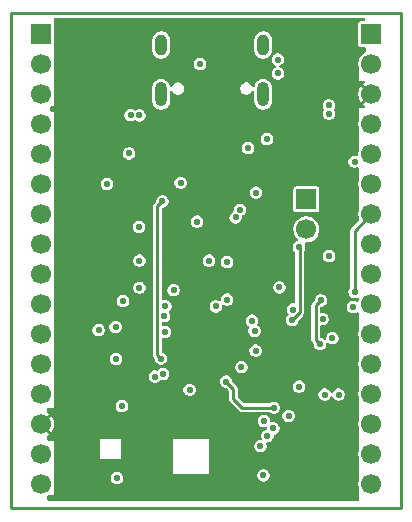
<source format=gbr>
%TF.GenerationSoftware,KiCad,Pcbnew,9.0.0*%
%TF.CreationDate,2025-11-24T16:34:34+00:00*%
%TF.ProjectId,OE PyBoard,4f452050-7942-46f6-9172-642e6b696361,rev?*%
%TF.SameCoordinates,Original*%
%TF.FileFunction,Copper,L2,Inr*%
%TF.FilePolarity,Positive*%
%FSLAX46Y46*%
G04 Gerber Fmt 4.6, Leading zero omitted, Abs format (unit mm)*
G04 Created by KiCad (PCBNEW 9.0.0) date 2025-11-24 16:34:34*
%MOMM*%
%LPD*%
G01*
G04 APERTURE LIST*
%TA.AperFunction,HeatsinkPad*%
%ADD10O,1.000000X2.100000*%
%TD*%
%TA.AperFunction,HeatsinkPad*%
%ADD11O,1.000000X1.800000*%
%TD*%
%TA.AperFunction,ComponentPad*%
%ADD12R,1.700000X1.700000*%
%TD*%
%TA.AperFunction,ComponentPad*%
%ADD13C,1.700000*%
%TD*%
%TA.AperFunction,ViaPad*%
%ADD14C,0.550000*%
%TD*%
%TA.AperFunction,Conductor*%
%ADD15C,0.230000*%
%TD*%
%TA.AperFunction,Conductor*%
%ADD16C,0.220000*%
%TD*%
%TA.AperFunction,Profile*%
%ADD17C,0.230000*%
%TD*%
G04 APERTURE END LIST*
D10*
%TO.N,Net-(J3-SHIELD)*%
%TO.C,J3*%
X146814000Y-101111000D03*
D11*
X146814000Y-96931000D03*
D10*
X138174000Y-101111000D03*
D11*
X138174000Y-96931000D03*
%TD*%
D12*
%TO.N,/PC6-Y1*%
%TO.C,J6*%
X128016000Y-96012000D03*
D13*
%TO.N,/PC7-Y2*%
X128016000Y-98552000D03*
%TO.N,/PB8-Y3*%
X128016000Y-101092000D03*
%TO.N,/PB9-Y4*%
X128016000Y-103632000D03*
%TO.N,/PB12-Y5*%
X128016000Y-106172000D03*
%TO.N,/PB13-Y6*%
X128016000Y-108712000D03*
%TO.N,/PB14-Y7*%
X128016000Y-111252000D03*
%TO.N,/PB15-Y8*%
X128016000Y-113792000D03*
%TO.N,/PB6-SCL-X9*%
X128016000Y-116332000D03*
%TO.N,/PB7-SDA-X10*%
X128016000Y-118872000D03*
%TO.N,/PC4-X11*%
X128016000Y-121412000D03*
%TO.N,/PC5-X12*%
X128016000Y-123952000D03*
%TO.N,/RST-SW*%
X128016000Y-126492000D03*
%TO.N,GND*%
X128016000Y-129032000D03*
%TO.N,+3V3*%
X128016000Y-131572000D03*
%TO.N,V+*%
X128016000Y-134112000D03*
%TD*%
D12*
%TO.N,/BOOT0*%
%TO.C,JP1*%
X150469600Y-110002400D03*
D13*
%TO.N,+3V3*%
X150469600Y-112542400D03*
%TD*%
D12*
%TO.N,V+*%
%TO.C,J7*%
X155956000Y-96012000D03*
D13*
%TO.N,+3V3*%
X155956000Y-98552000D03*
%TO.N,GND*%
X155956000Y-101092000D03*
%TO.N,/RST-SW*%
X155956000Y-103632000D03*
%TO.N,/PB1-Y12*%
X155956000Y-106172000D03*
%TO.N,/PB0-Y11*%
X155956000Y-108712000D03*
%TO.N,/PB11-Y10*%
X155956000Y-111252000D03*
%TO.N,/PB10-Y9*%
X155956000Y-113792000D03*
%TO.N,/PA7-X8*%
X155956000Y-116332000D03*
%TO.N,/PA6-X7*%
X155956000Y-118872000D03*
%TO.N,/PA5-X6*%
X155956000Y-121412000D03*
%TO.N,/PA4-X5*%
X155956000Y-123952000D03*
%TO.N,/PA3-X4*%
X155956000Y-126492000D03*
%TO.N,/PA2-X3*%
X155956000Y-129032000D03*
%TO.N,/PA1-X2*%
X155956000Y-131572000D03*
%TO.N,/PA0-X1*%
X155956000Y-134112000D03*
%TD*%
D14*
%TO.N,/PB12-Y5*%
X146202400Y-109423200D03*
%TO.N,/PB14-Y7*%
X144471660Y-111529424D03*
%TO.N,/PB1-Y12*%
X145542000Y-105664000D03*
X145871000Y-120267000D03*
%TO.N,/PB9-Y4*%
X135450000Y-106100000D03*
X137637104Y-125007000D03*
%TO.N,/PA0-X1*%
X147173400Y-130006015D03*
%TO.N,/PB13-Y6*%
X144830800Y-110871000D03*
%TO.N,/PB7-SDA-X10*%
X134366000Y-123507000D03*
%TO.N,/PB11-Y10*%
X154559000Y-117856000D03*
X149315961Y-119320493D03*
%TO.N,/PA1-X2*%
X147675600Y-129387600D03*
%TO.N,/PC4-X11*%
X146177000Y-122807000D03*
%TO.N,/PC6-Y1*%
X143764000Y-115314000D03*
%TO.N,/PB15-Y8*%
X143764000Y-118489000D03*
%TO.N,/PA2-X3*%
X146862800Y-128752600D03*
%TO.N,/PB0-Y11*%
X154432000Y-119126000D03*
X146081750Y-121124250D03*
%TO.N,/VDDA*%
X147116800Y-104902000D03*
X146583400Y-130886200D03*
%TO.N,/PB6-SCL-X9*%
X132885431Y-121061573D03*
%TO.N,/PC5-X12*%
X144975000Y-124203025D03*
%TO.N,/RST-SW*%
X154555563Y-106807000D03*
X139827000Y-108585000D03*
X140589000Y-126111000D03*
X133575000Y-108700000D03*
%TO.N,/PB8-Y3*%
X136339022Y-102889106D03*
X138354428Y-124788025D03*
%TO.N,/PC7-Y2*%
X141478000Y-98552000D03*
X142240000Y-115187000D03*
%TO.N,/PB10-Y9*%
X149273885Y-120228716D03*
X149860000Y-114046000D03*
%TO.N,GND*%
X131706510Y-121062966D03*
X141478000Y-96647000D03*
X143875000Y-106850000D03*
X139573000Y-123317000D03*
X129540000Y-112014000D03*
X139600000Y-125175000D03*
X144780000Y-108686600D03*
X144575000Y-118850000D03*
X151700000Y-115500000D03*
X135350000Y-110286000D03*
X154500000Y-127600000D03*
X147370800Y-134518400D03*
X144018000Y-114147600D03*
X139827000Y-103124000D03*
X130246000Y-128250000D03*
X149961600Y-102717600D03*
X143175000Y-107550000D03*
X129425000Y-107625000D03*
X129540000Y-104902000D03*
X145900000Y-125025000D03*
X151275000Y-126925000D03*
X145973800Y-103200200D03*
X143950000Y-123300000D03*
X146177000Y-118872000D03*
X132125000Y-112050000D03*
X140843000Y-107823000D03*
X153162000Y-112649000D03*
X153873200Y-107696000D03*
X151393912Y-104421942D03*
X143611600Y-112039400D03*
X129540000Y-117983000D03*
X131815548Y-124458000D03*
X151765000Y-124942600D03*
X147675600Y-103657400D03*
X132050000Y-101250000D03*
X154672166Y-123624277D03*
X153150000Y-116650000D03*
X139725000Y-121725000D03*
X141925000Y-125175000D03*
X135636000Y-114427000D03*
X138430000Y-107315000D03*
X146405600Y-110998000D03*
X135255000Y-116459000D03*
X143459200Y-98602800D03*
X144175000Y-120225000D03*
X150774681Y-122263533D03*
X141700000Y-120225000D03*
X154482800Y-125577600D03*
X132000000Y-134475000D03*
X148996000Y-100000000D03*
X135001000Y-119634000D03*
X144256583Y-95235447D03*
X130950000Y-99650000D03*
X146354800Y-108229400D03*
X129794000Y-125250000D03*
X143950000Y-121625000D03*
X145161000Y-132613400D03*
X134493000Y-125222000D03*
X148700000Y-95500000D03*
X129050000Y-102325000D03*
X130200400Y-132232400D03*
X148082000Y-107264200D03*
X132025000Y-106675000D03*
X141986000Y-129284000D03*
X139827000Y-105410000D03*
X137972800Y-125704600D03*
X136375000Y-97325000D03*
X138404600Y-131165600D03*
X130048000Y-114681000D03*
X137033000Y-128522000D03*
X132125000Y-97850000D03*
X138850000Y-134475000D03*
X154432000Y-134620000D03*
X139575000Y-120225000D03*
X151257000Y-131064000D03*
X135600000Y-105125000D03*
X141700000Y-123300000D03*
%TO.N,+3V3*%
X134848600Y-127506000D03*
X136294720Y-112312720D03*
X149860000Y-125855000D03*
X134945832Y-118616000D03*
X151842000Y-120142000D03*
X134442200Y-133604000D03*
X152400000Y-102743000D03*
X141224000Y-111885000D03*
X152400000Y-114808000D03*
X136334500Y-117475000D03*
X152374600Y-102031800D03*
X146825000Y-133361000D03*
X136334500Y-115187000D03*
%TO.N,VBUS*%
X148049066Y-98153134D03*
X148049066Y-99334043D03*
%TO.N,/BOOT0*%
X138154063Y-123469592D03*
X138277600Y-110159800D03*
%TO.N,/PA13-RED*%
X148183600Y-117449600D03*
X148971000Y-128320000D03*
X139236000Y-117678200D03*
%TO.N,/PA14-GRN*%
X142800000Y-119049000D03*
X138526000Y-119049000D03*
X147701000Y-127635000D03*
X143675000Y-125425000D03*
%TO.N,/PA15-YEL*%
X152019000Y-126525000D03*
X151689988Y-118547201D03*
X151625000Y-122250000D03*
X138430000Y-119888000D03*
%TO.N,/PB4-BLU*%
X152675000Y-121750000D03*
X153200000Y-126525000D03*
X138500000Y-121225000D03*
%TO.N,/PB3-SW1*%
X134316000Y-120788666D03*
X135589234Y-102871150D03*
%TD*%
D15*
%TO.N,/PB11-Y10*%
X154559000Y-112647000D02*
X155956000Y-111250000D01*
X154559000Y-117856000D02*
X154559000Y-112647000D01*
D16*
%TO.N,/PA4-X5*%
X155577000Y-124331000D02*
X155956000Y-123952000D01*
%TO.N,/PB10-Y9*%
X149273885Y-120228716D02*
X149868601Y-119634000D01*
X149868601Y-119634000D02*
X149868601Y-119596583D01*
X149901961Y-119563223D02*
X149901961Y-114087961D01*
X149901961Y-114087961D02*
X149860000Y-114046000D01*
X149868601Y-119596583D02*
X149901961Y-119563223D01*
%TO.N,/BOOT0*%
X138277600Y-110159800D02*
X137844000Y-110593400D01*
X137844000Y-123159529D02*
X138154063Y-123469592D01*
X137844000Y-110593400D02*
X137844000Y-123159529D01*
D15*
%TO.N,/PA13-RED*%
X148971000Y-128320000D02*
X148971000Y-128199600D01*
%TO.N,/PA14-GRN*%
X144272000Y-126873000D02*
X144272000Y-126022000D01*
X145034000Y-127635000D02*
X147701000Y-127635000D01*
X144272000Y-126022000D02*
X143675000Y-125425000D01*
X144272000Y-126873000D02*
X145034000Y-127635000D01*
D16*
%TO.N,/PA15-YEL*%
X151261000Y-121886000D02*
X151625000Y-122250000D01*
X151257000Y-121761000D02*
X151261000Y-121761000D01*
X151625000Y-122125000D02*
X151625000Y-122250000D01*
X151261000Y-121761000D02*
X151261000Y-121886000D01*
X151257000Y-121761000D02*
X151257000Y-118980189D01*
X151257000Y-118980189D02*
X151689988Y-118547201D01*
%TD*%
%TA.AperFunction,Conductor*%
%TO.N,GND*%
G36*
X155405992Y-94633817D02*
G01*
X155445588Y-94688317D01*
X155450915Y-94720646D01*
X155451915Y-94801146D01*
X155431895Y-94865468D01*
X155377891Y-94905739D01*
X155342923Y-94911500D01*
X155081326Y-94911500D01*
X155008260Y-94926034D01*
X154925399Y-94981399D01*
X154870034Y-95064260D01*
X154855500Y-95137326D01*
X154855500Y-96886674D01*
X154870034Y-96959740D01*
X154925399Y-97042601D01*
X155008260Y-97097966D01*
X155081326Y-97112500D01*
X155081330Y-97112500D01*
X155372972Y-97112500D01*
X155437041Y-97133317D01*
X155476637Y-97187817D01*
X155481964Y-97220146D01*
X155485298Y-97488560D01*
X155465278Y-97552882D01*
X155425793Y-97587033D01*
X155379211Y-97610768D01*
X155239074Y-97712584D01*
X155116584Y-97835074D01*
X155014765Y-97975216D01*
X155014763Y-97975219D01*
X155011329Y-97981959D01*
X155011284Y-97982048D01*
X154980738Y-98042000D01*
X154940000Y-98042000D01*
X154940000Y-98121953D01*
X154936127Y-98129555D01*
X154932205Y-98141623D01*
X154932203Y-98141629D01*
X154882598Y-98294295D01*
X154855500Y-98465387D01*
X154855500Y-98638612D01*
X154882598Y-98809704D01*
X154934665Y-98969946D01*
X154940000Y-99003629D01*
X154940000Y-99947000D01*
X154940001Y-99947000D01*
X155326215Y-99947000D01*
X155390284Y-99967817D01*
X155429880Y-100022317D01*
X155429880Y-100089683D01*
X155390284Y-100144183D01*
X155382950Y-100148687D01*
X155383120Y-100148963D01*
X155379475Y-100151195D01*
X155270874Y-100230096D01*
X155522481Y-100481703D01*
X155526872Y-100835271D01*
X155525269Y-100838047D01*
X155094096Y-100406874D01*
X155015193Y-100515478D01*
X154936588Y-100669751D01*
X154883086Y-100834411D01*
X154856000Y-101005427D01*
X154856000Y-101178572D01*
X154883086Y-101349588D01*
X154936588Y-101514248D01*
X155015196Y-101668524D01*
X155094096Y-101777124D01*
X155525268Y-101345950D01*
X155533391Y-101360019D01*
X155537457Y-101687317D01*
X155270874Y-101953901D01*
X155382940Y-102035321D01*
X155381716Y-102037005D01*
X155420393Y-102082310D01*
X155425664Y-102149469D01*
X155390453Y-102206900D01*
X155328209Y-102232666D01*
X155319681Y-102233000D01*
X154940000Y-102233000D01*
X154940000Y-102233001D01*
X154940000Y-103180371D01*
X154934665Y-103214054D01*
X154882598Y-103374295D01*
X154855500Y-103545387D01*
X154855500Y-103718612D01*
X154882598Y-103889704D01*
X154934665Y-104049946D01*
X154940000Y-104083629D01*
X154940000Y-105720371D01*
X154934665Y-105754054D01*
X154882598Y-105914295D01*
X154855500Y-106085387D01*
X154855500Y-106201278D01*
X154834683Y-106265347D01*
X154780183Y-106304943D01*
X154718290Y-106306564D01*
X154624747Y-106281500D01*
X154624746Y-106281500D01*
X154486380Y-106281500D01*
X154352727Y-106317311D01*
X154232900Y-106386493D01*
X154135056Y-106484337D01*
X154065874Y-106604164D01*
X154030063Y-106737817D01*
X154030063Y-106876182D01*
X154065874Y-107009835D01*
X154065875Y-107009836D01*
X154135058Y-107129665D01*
X154232898Y-107227505D01*
X154352727Y-107296688D01*
X154486380Y-107332500D01*
X154624746Y-107332500D01*
X154758399Y-107296688D01*
X154776499Y-107286237D01*
X154842393Y-107272231D01*
X154903934Y-107299631D01*
X154937618Y-107357971D01*
X154940000Y-107380634D01*
X154940000Y-108260371D01*
X154934665Y-108294054D01*
X154882598Y-108454295D01*
X154855500Y-108625387D01*
X154855500Y-108798612D01*
X154882598Y-108969704D01*
X154934665Y-109129946D01*
X154940000Y-109163629D01*
X154940000Y-110800371D01*
X154934665Y-110834054D01*
X154882598Y-110994295D01*
X154855500Y-111165387D01*
X154855500Y-111338612D01*
X154882598Y-111509704D01*
X154934665Y-111669946D01*
X154940000Y-111703629D01*
X154940000Y-111703954D01*
X154919183Y-111768023D01*
X154908075Y-111781029D01*
X154334578Y-112354527D01*
X154334577Y-112354526D01*
X154266526Y-112422578D01*
X154218407Y-112505922D01*
X154193500Y-112598881D01*
X154193500Y-117433180D01*
X154172683Y-117497249D01*
X154161576Y-117510253D01*
X154138495Y-117533334D01*
X154069311Y-117653164D01*
X154044066Y-117747383D01*
X154033500Y-117786817D01*
X154033500Y-117925183D01*
X154043095Y-117960994D01*
X154069311Y-118058835D01*
X154131376Y-118166335D01*
X154138495Y-118178665D01*
X154236335Y-118276505D01*
X154356164Y-118345688D01*
X154489817Y-118381500D01*
X154628183Y-118381500D01*
X154761836Y-118345688D01*
X154771999Y-118339820D01*
X154799452Y-118333983D01*
X154826119Y-118325216D01*
X154831924Y-118327079D01*
X154837889Y-118325812D01*
X154863533Y-118337227D01*
X154890260Y-118345808D01*
X154893861Y-118350728D01*
X154899432Y-118353208D01*
X154913470Y-118377520D01*
X154930047Y-118400169D01*
X154930057Y-118406246D01*
X154933118Y-118411547D01*
X154930284Y-118467534D01*
X154930182Y-118467849D01*
X154882598Y-118614299D01*
X154882045Y-118617785D01*
X154879665Y-118625201D01*
X154862237Y-118649364D01*
X154846671Y-118674767D01*
X154842744Y-118676393D01*
X154840259Y-118679840D01*
X154811955Y-118689145D01*
X154784432Y-118700546D01*
X154780197Y-118699587D01*
X154776264Y-118700881D01*
X154753224Y-118693484D01*
X154721382Y-118686279D01*
X154634835Y-118636311D01*
X154501183Y-118600500D01*
X154362817Y-118600500D01*
X154229164Y-118636311D01*
X154109337Y-118705493D01*
X154011493Y-118803337D01*
X153942311Y-118923164D01*
X153906500Y-119056817D01*
X153906500Y-119195182D01*
X153942311Y-119328835D01*
X154011493Y-119448662D01*
X154011495Y-119448665D01*
X154109335Y-119546505D01*
X154229164Y-119615688D01*
X154362817Y-119651500D01*
X154501183Y-119651500D01*
X154634836Y-119615688D01*
X154754665Y-119546505D01*
X154754669Y-119546500D01*
X154760330Y-119542158D01*
X154761335Y-119543468D01*
X154813949Y-119516661D01*
X154880485Y-119527199D01*
X154928120Y-119574834D01*
X154940000Y-119624319D01*
X154940000Y-120960371D01*
X154934665Y-120994054D01*
X154882598Y-121154295D01*
X154855500Y-121325387D01*
X154855500Y-121498612D01*
X154882598Y-121669704D01*
X154934665Y-121829946D01*
X154940000Y-121863629D01*
X154940000Y-123500371D01*
X154934665Y-123534054D01*
X154882598Y-123694295D01*
X154855500Y-123865387D01*
X154855500Y-124038612D01*
X154882598Y-124209704D01*
X154934665Y-124369946D01*
X154940000Y-124403629D01*
X154940000Y-126040371D01*
X154934665Y-126074054D01*
X154882598Y-126234295D01*
X154855500Y-126405387D01*
X154855500Y-126578612D01*
X154882598Y-126749704D01*
X154934665Y-126909946D01*
X154940000Y-126943629D01*
X154940000Y-128580371D01*
X154934665Y-128614054D01*
X154882598Y-128774295D01*
X154855500Y-128945387D01*
X154855500Y-129118612D01*
X154882598Y-129289704D01*
X154934665Y-129449946D01*
X154940000Y-129483629D01*
X154940000Y-131120371D01*
X154934665Y-131154054D01*
X154882598Y-131314295D01*
X154855500Y-131485387D01*
X154855500Y-131658612D01*
X154882598Y-131829704D01*
X154934665Y-131989946D01*
X154940000Y-132023629D01*
X154940000Y-133660371D01*
X154934665Y-133694054D01*
X154882598Y-133854295D01*
X154855500Y-134025387D01*
X154855500Y-134198612D01*
X154882598Y-134369704D01*
X154934665Y-134529946D01*
X154940000Y-134563629D01*
X154940000Y-135398000D01*
X154919183Y-135462069D01*
X154864683Y-135501665D01*
X154831000Y-135507000D01*
X128633000Y-135507000D01*
X128568931Y-135486183D01*
X128529335Y-135431683D01*
X128524000Y-135398000D01*
X128524000Y-135155076D01*
X128529936Y-135136803D01*
X128530643Y-135117606D01*
X128539375Y-135107754D01*
X128544817Y-135091007D01*
X128572216Y-135064598D01*
X128577663Y-135060938D01*
X128592788Y-135053232D01*
X128637635Y-135020648D01*
X128639312Y-135019522D01*
X128669869Y-135010821D01*
X128700096Y-135001000D01*
X129105197Y-135001000D01*
X129105198Y-135001000D01*
X129105198Y-134278546D01*
X129106540Y-134261494D01*
X129116500Y-134198611D01*
X129116500Y-134025389D01*
X129106540Y-133962503D01*
X129105198Y-133945452D01*
X129105198Y-133534817D01*
X133916700Y-133534817D01*
X133916700Y-133673182D01*
X133952511Y-133806835D01*
X133998506Y-133886500D01*
X134021695Y-133926665D01*
X134119535Y-134024505D01*
X134239364Y-134093688D01*
X134373017Y-134129500D01*
X134511383Y-134129500D01*
X134645036Y-134093688D01*
X134764865Y-134024505D01*
X134862705Y-133926665D01*
X134931888Y-133806836D01*
X134967700Y-133673183D01*
X134967700Y-133534817D01*
X134931888Y-133401164D01*
X134868757Y-133291817D01*
X146299500Y-133291817D01*
X146299500Y-133430182D01*
X146335311Y-133563835D01*
X146404493Y-133683662D01*
X146404495Y-133683665D01*
X146502335Y-133781505D01*
X146622164Y-133850688D01*
X146755817Y-133886500D01*
X146894183Y-133886500D01*
X147027836Y-133850688D01*
X147147665Y-133781505D01*
X147245505Y-133683665D01*
X147314688Y-133563836D01*
X147350500Y-133430183D01*
X147350500Y-133291817D01*
X147314688Y-133158164D01*
X147245505Y-133038335D01*
X147147665Y-132940495D01*
X147147662Y-132940493D01*
X147027835Y-132871311D01*
X146894183Y-132835500D01*
X146755817Y-132835500D01*
X146622164Y-132871311D01*
X146502337Y-132940493D01*
X146404493Y-133038337D01*
X146335311Y-133158164D01*
X146299500Y-133291817D01*
X134868757Y-133291817D01*
X134862705Y-133281335D01*
X134853170Y-133271800D01*
X139192000Y-133271800D01*
X139192001Y-133271800D01*
X142239999Y-133271800D01*
X142240000Y-133271800D01*
X142240000Y-130817017D01*
X146057900Y-130817017D01*
X146057900Y-130955382D01*
X146093711Y-131089035D01*
X146131250Y-131154054D01*
X146162895Y-131208865D01*
X146260735Y-131306705D01*
X146380564Y-131375888D01*
X146514217Y-131411700D01*
X146652583Y-131411700D01*
X146786236Y-131375888D01*
X146906065Y-131306705D01*
X147003905Y-131208865D01*
X147073088Y-131089036D01*
X147108900Y-130955383D01*
X147108900Y-130817017D01*
X147073088Y-130683364D01*
X147073085Y-130683358D01*
X147072618Y-130682230D01*
X147072548Y-130681351D01*
X147071239Y-130676463D01*
X147072144Y-130676220D01*
X147067331Y-130615072D01*
X147102528Y-130557633D01*
X147164765Y-130531851D01*
X147173320Y-130531515D01*
X147242583Y-130531515D01*
X147376236Y-130495703D01*
X147496065Y-130426520D01*
X147593905Y-130328680D01*
X147663088Y-130208851D01*
X147698900Y-130075198D01*
X147698900Y-130009032D01*
X147719717Y-129944963D01*
X147774217Y-129905367D01*
X147779663Y-129903753D01*
X147878436Y-129877288D01*
X147998265Y-129808105D01*
X148096105Y-129710265D01*
X148165288Y-129590436D01*
X148201100Y-129456783D01*
X148201100Y-129318417D01*
X148165288Y-129184764D01*
X148096105Y-129064935D01*
X147998265Y-128967095D01*
X147978071Y-128955436D01*
X147878435Y-128897911D01*
X147744783Y-128862100D01*
X147606417Y-128862100D01*
X147606416Y-128862100D01*
X147525510Y-128883778D01*
X147458237Y-128880252D01*
X147405884Y-128837857D01*
X147388300Y-128778492D01*
X147388300Y-128683417D01*
X147352488Y-128549764D01*
X147298050Y-128455474D01*
X147283305Y-128429935D01*
X147185465Y-128332095D01*
X147185462Y-128332093D01*
X147065635Y-128262911D01*
X147020498Y-128250817D01*
X148445500Y-128250817D01*
X148445500Y-128389182D01*
X148481311Y-128522835D01*
X148544280Y-128631901D01*
X148550495Y-128642665D01*
X148648335Y-128740505D01*
X148768164Y-128809688D01*
X148901817Y-128845500D01*
X149040183Y-128845500D01*
X149173836Y-128809688D01*
X149293665Y-128740505D01*
X149391505Y-128642665D01*
X149460688Y-128522836D01*
X149496500Y-128389183D01*
X149496500Y-128250817D01*
X149460688Y-128117164D01*
X149391505Y-127997335D01*
X149293665Y-127899495D01*
X149293662Y-127899493D01*
X149173835Y-127830311D01*
X149040183Y-127794500D01*
X148901817Y-127794500D01*
X148768164Y-127830311D01*
X148648337Y-127899493D01*
X148550493Y-127997337D01*
X148481311Y-128117164D01*
X148445500Y-128250817D01*
X147020498Y-128250817D01*
X146931983Y-128227100D01*
X146793617Y-128227100D01*
X146659964Y-128262911D01*
X146540137Y-128332093D01*
X146442293Y-128429937D01*
X146373111Y-128549764D01*
X146337300Y-128683417D01*
X146337300Y-128821782D01*
X146373111Y-128955435D01*
X146379842Y-128967093D01*
X146442295Y-129075265D01*
X146540135Y-129173105D01*
X146659964Y-129242288D01*
X146793617Y-129278100D01*
X146931983Y-129278100D01*
X147012890Y-129256421D01*
X147043816Y-129258042D01*
X147074783Y-129258042D01*
X147077190Y-129259791D01*
X147080162Y-129259947D01*
X147104225Y-129279432D01*
X147129283Y-129297638D01*
X147130202Y-129300468D01*
X147132515Y-129302341D01*
X147150100Y-129361707D01*
X147150100Y-129384582D01*
X147129283Y-129448651D01*
X147074783Y-129488247D01*
X147069311Y-129489868D01*
X146970564Y-129516326D01*
X146850737Y-129585508D01*
X146752893Y-129683352D01*
X146683711Y-129803179D01*
X146647900Y-129936832D01*
X146647900Y-130075197D01*
X146683711Y-130208848D01*
X146684182Y-130209985D01*
X146684251Y-130210863D01*
X146685561Y-130215752D01*
X146684655Y-130215994D01*
X146689469Y-130277143D01*
X146654272Y-130334582D01*
X146592035Y-130360364D01*
X146583480Y-130360700D01*
X146514217Y-130360700D01*
X146380564Y-130396511D01*
X146260737Y-130465693D01*
X146162893Y-130563537D01*
X146093711Y-130683364D01*
X146057900Y-130817017D01*
X142240000Y-130817017D01*
X142240000Y-130300000D01*
X139192000Y-130300000D01*
X139192000Y-133271800D01*
X134853170Y-133271800D01*
X134764865Y-133183495D01*
X134764862Y-133183493D01*
X134645035Y-133114311D01*
X134511383Y-133078500D01*
X134373017Y-133078500D01*
X134239364Y-133114311D01*
X134119537Y-133183493D01*
X134021693Y-133281337D01*
X133952511Y-133401164D01*
X133916700Y-133534817D01*
X129105198Y-133534817D01*
X129105198Y-131951000D01*
X132969000Y-131951000D01*
X132969001Y-131951000D01*
X134746999Y-131951000D01*
X134747000Y-131951000D01*
X134747000Y-130300000D01*
X132969000Y-130300000D01*
X132969000Y-131951000D01*
X129105198Y-131951000D01*
X129105198Y-131738546D01*
X129106540Y-131721494D01*
X129116500Y-131658611D01*
X129116500Y-131485389D01*
X129106540Y-131422503D01*
X129105198Y-131405452D01*
X129105198Y-130429001D01*
X129105198Y-130429000D01*
X128633000Y-130429000D01*
X128616580Y-130423665D01*
X128599317Y-130423665D01*
X128585350Y-130413517D01*
X128568931Y-130408183D01*
X128558783Y-130394216D01*
X128544817Y-130384069D01*
X128539482Y-130367649D01*
X128529335Y-130353683D01*
X128524000Y-130320000D01*
X128524000Y-130074515D01*
X128544817Y-130010446D01*
X128583516Y-129977395D01*
X128592517Y-129972808D01*
X128592527Y-129972802D01*
X128701124Y-129893902D01*
X128701124Y-129893901D01*
X128524000Y-129716776D01*
X128524000Y-129363223D01*
X128877901Y-129717124D01*
X128877902Y-129717124D01*
X128956801Y-129608529D01*
X129035411Y-129454248D01*
X129088913Y-129289588D01*
X129116000Y-129118572D01*
X129116000Y-128945427D01*
X129088913Y-128774411D01*
X129035411Y-128609751D01*
X128956802Y-128455474D01*
X128877901Y-128346874D01*
X128524000Y-128700775D01*
X128524000Y-128347220D01*
X128701124Y-128170096D01*
X128592521Y-128091194D01*
X128583510Y-128086602D01*
X128535878Y-128038965D01*
X128524000Y-127989485D01*
X128524000Y-127744000D01*
X128544817Y-127679931D01*
X128599317Y-127640335D01*
X128633000Y-127635000D01*
X129105197Y-127635000D01*
X129105198Y-127635000D01*
X129105198Y-127436817D01*
X134323100Y-127436817D01*
X134323100Y-127575182D01*
X134358911Y-127708835D01*
X134408370Y-127794500D01*
X134428095Y-127828665D01*
X134525935Y-127926505D01*
X134645764Y-127995688D01*
X134779417Y-128031500D01*
X134917783Y-128031500D01*
X135051436Y-127995688D01*
X135171265Y-127926505D01*
X135269105Y-127828665D01*
X135338288Y-127708836D01*
X135374100Y-127575183D01*
X135374100Y-127436817D01*
X135338288Y-127303164D01*
X135269105Y-127183335D01*
X135171265Y-127085495D01*
X135171262Y-127085493D01*
X135051435Y-127016311D01*
X134917783Y-126980500D01*
X134779417Y-126980500D01*
X134645764Y-127016311D01*
X134525937Y-127085493D01*
X134428093Y-127183337D01*
X134358911Y-127303164D01*
X134323100Y-127436817D01*
X129105198Y-127436817D01*
X129105198Y-126658546D01*
X129106540Y-126641494D01*
X129107331Y-126636500D01*
X129116500Y-126578611D01*
X129116500Y-126405389D01*
X129106540Y-126342503D01*
X129105198Y-126325452D01*
X129105198Y-126041817D01*
X140063500Y-126041817D01*
X140063500Y-126180182D01*
X140099311Y-126313835D01*
X140152170Y-126405389D01*
X140168495Y-126433665D01*
X140266335Y-126531505D01*
X140386164Y-126600688D01*
X140519817Y-126636500D01*
X140658183Y-126636500D01*
X140791836Y-126600688D01*
X140911665Y-126531505D01*
X141009505Y-126433665D01*
X141078688Y-126313836D01*
X141114500Y-126180183D01*
X141114500Y-126041817D01*
X141078688Y-125908164D01*
X141009505Y-125788335D01*
X140911665Y-125690495D01*
X140911662Y-125690493D01*
X140791835Y-125621311D01*
X140658183Y-125585500D01*
X140519817Y-125585500D01*
X140386164Y-125621311D01*
X140266337Y-125690493D01*
X140168493Y-125788337D01*
X140099311Y-125908164D01*
X140063500Y-126041817D01*
X129105198Y-126041817D01*
X129105198Y-124937817D01*
X137111604Y-124937817D01*
X137111604Y-125076182D01*
X137147415Y-125209835D01*
X137216597Y-125329662D01*
X137216599Y-125329665D01*
X137314439Y-125427505D01*
X137434268Y-125496688D01*
X137567921Y-125532500D01*
X137706287Y-125532500D01*
X137839940Y-125496688D01*
X137959769Y-125427505D01*
X138031457Y-125355817D01*
X143149500Y-125355817D01*
X143149500Y-125494182D01*
X143185311Y-125627835D01*
X143199601Y-125652586D01*
X143254495Y-125747665D01*
X143352335Y-125845505D01*
X143472164Y-125914688D01*
X143605817Y-125950500D01*
X143638455Y-125950500D01*
X143702524Y-125971317D01*
X143715530Y-125982425D01*
X143874575Y-126141470D01*
X143905158Y-126201494D01*
X143906500Y-126218545D01*
X143906500Y-126824881D01*
X143906500Y-126921119D01*
X143912531Y-126943629D01*
X143931407Y-127014077D01*
X143972641Y-127085495D01*
X143979527Y-127097422D01*
X144809578Y-127927473D01*
X144892922Y-127975592D01*
X144985881Y-128000500D01*
X145082120Y-128000500D01*
X147278181Y-128000500D01*
X147342250Y-128021317D01*
X147355249Y-128032419D01*
X147378335Y-128055505D01*
X147498164Y-128124688D01*
X147631817Y-128160500D01*
X147770183Y-128160500D01*
X147903836Y-128124688D01*
X148023665Y-128055505D01*
X148121505Y-127957665D01*
X148190688Y-127837836D01*
X148226500Y-127704183D01*
X148226500Y-127565817D01*
X148190688Y-127432164D01*
X148121505Y-127312335D01*
X148023665Y-127214495D01*
X147969698Y-127183337D01*
X147903835Y-127145311D01*
X147770183Y-127109500D01*
X147631817Y-127109500D01*
X147498164Y-127145311D01*
X147378337Y-127214493D01*
X147378335Y-127214494D01*
X147378335Y-127214495D01*
X147355253Y-127237576D01*
X147295232Y-127268158D01*
X147278181Y-127269500D01*
X145230545Y-127269500D01*
X145166476Y-127248683D01*
X145153470Y-127237575D01*
X144669425Y-126753530D01*
X144638842Y-126693506D01*
X144637500Y-126676455D01*
X144637500Y-126455817D01*
X151493500Y-126455817D01*
X151493500Y-126594182D01*
X151529311Y-126727835D01*
X151598493Y-126847662D01*
X151598495Y-126847665D01*
X151696335Y-126945505D01*
X151816164Y-127014688D01*
X151949817Y-127050500D01*
X152088183Y-127050500D01*
X152221836Y-127014688D01*
X152341665Y-126945505D01*
X152439505Y-126847665D01*
X152508688Y-126727836D01*
X152508689Y-126727829D01*
X152508796Y-126727575D01*
X152508927Y-126727420D01*
X152512260Y-126721649D01*
X152513329Y-126722266D01*
X152552546Y-126676348D01*
X152618050Y-126660621D01*
X152680288Y-126686399D01*
X152706147Y-126721991D01*
X152706740Y-126721649D01*
X152709996Y-126727289D01*
X152710204Y-126727575D01*
X152710312Y-126727836D01*
X152766340Y-126824881D01*
X152779495Y-126847665D01*
X152877335Y-126945505D01*
X152997164Y-127014688D01*
X153130817Y-127050500D01*
X153269183Y-127050500D01*
X153402836Y-127014688D01*
X153522665Y-126945505D01*
X153620505Y-126847665D01*
X153689688Y-126727836D01*
X153725500Y-126594183D01*
X153725500Y-126455817D01*
X153689688Y-126322164D01*
X153620505Y-126202335D01*
X153522665Y-126104495D01*
X153522662Y-126104493D01*
X153402835Y-126035311D01*
X153269183Y-125999500D01*
X153130817Y-125999500D01*
X152997164Y-126035311D01*
X152877337Y-126104493D01*
X152779493Y-126202337D01*
X152710312Y-126322163D01*
X152710202Y-126322430D01*
X152710067Y-126322587D01*
X152706740Y-126328351D01*
X152705671Y-126327734D01*
X152666449Y-126373654D01*
X152600945Y-126389378D01*
X152538708Y-126363596D01*
X152512851Y-126328009D01*
X152512260Y-126328351D01*
X152509009Y-126322721D01*
X152508798Y-126322430D01*
X152508689Y-126322167D01*
X152508688Y-126322164D01*
X152439505Y-126202335D01*
X152341665Y-126104495D01*
X152341662Y-126104493D01*
X152221835Y-126035311D01*
X152088183Y-125999500D01*
X151949817Y-125999500D01*
X151816164Y-126035311D01*
X151696337Y-126104493D01*
X151598493Y-126202337D01*
X151529311Y-126322164D01*
X151493500Y-126455817D01*
X144637500Y-126455817D01*
X144637500Y-125974867D01*
X144637500Y-125973881D01*
X144636956Y-125971852D01*
X144612592Y-125880922D01*
X144564472Y-125797577D01*
X144552712Y-125785817D01*
X149334500Y-125785817D01*
X149334500Y-125924182D01*
X149370311Y-126057835D01*
X149439493Y-126177662D01*
X149439495Y-126177665D01*
X149537335Y-126275505D01*
X149657164Y-126344688D01*
X149790817Y-126380500D01*
X149929183Y-126380500D01*
X150062836Y-126344688D01*
X150182665Y-126275505D01*
X150280505Y-126177665D01*
X150349688Y-126057836D01*
X150385500Y-125924183D01*
X150385500Y-125785817D01*
X150349688Y-125652164D01*
X150280505Y-125532335D01*
X150182665Y-125434495D01*
X150182662Y-125434493D01*
X150062835Y-125365311D01*
X149929183Y-125329500D01*
X149790817Y-125329500D01*
X149657164Y-125365311D01*
X149537337Y-125434493D01*
X149439493Y-125532337D01*
X149370311Y-125652164D01*
X149334500Y-125785817D01*
X144552712Y-125785817D01*
X144232425Y-125465530D01*
X144201842Y-125405506D01*
X144200500Y-125388455D01*
X144200500Y-125355817D01*
X144164688Y-125222164D01*
X144095506Y-125102337D01*
X144095505Y-125102335D01*
X143997665Y-125004495D01*
X143997662Y-125004493D01*
X143877835Y-124935311D01*
X143744183Y-124899500D01*
X143605817Y-124899500D01*
X143472164Y-124935311D01*
X143352337Y-125004493D01*
X143254493Y-125102337D01*
X143185311Y-125222164D01*
X143149500Y-125355817D01*
X138031457Y-125355817D01*
X138057609Y-125329665D01*
X138057611Y-125329662D01*
X138061957Y-125323999D01*
X138064637Y-125326056D01*
X138104362Y-125290246D01*
X138171354Y-125283166D01*
X138176934Y-125284503D01*
X138285245Y-125313525D01*
X138285247Y-125313525D01*
X138423611Y-125313525D01*
X138557264Y-125277713D01*
X138677093Y-125208530D01*
X138774933Y-125110690D01*
X138844116Y-124990861D01*
X138879928Y-124857208D01*
X138879928Y-124718842D01*
X138844116Y-124585189D01*
X138774933Y-124465360D01*
X138677093Y-124367520D01*
X138677090Y-124367518D01*
X138557263Y-124298336D01*
X138423611Y-124262525D01*
X138285245Y-124262525D01*
X138151592Y-124298336D01*
X138031765Y-124367518D01*
X137933920Y-124465363D01*
X137929573Y-124471029D01*
X137926913Y-124468987D01*
X137887036Y-124504838D01*
X137820033Y-124511828D01*
X137814567Y-124510513D01*
X137706287Y-124481500D01*
X137567921Y-124481500D01*
X137434268Y-124517311D01*
X137314441Y-124586493D01*
X137216597Y-124684337D01*
X137147415Y-124804164D01*
X137111604Y-124937817D01*
X129105198Y-124937817D01*
X129105198Y-124133842D01*
X144449500Y-124133842D01*
X144449500Y-124272207D01*
X144485311Y-124405860D01*
X144546492Y-124511828D01*
X144554495Y-124525690D01*
X144652335Y-124623530D01*
X144772164Y-124692713D01*
X144905817Y-124728525D01*
X145044183Y-124728525D01*
X145177836Y-124692713D01*
X145297665Y-124623530D01*
X145395505Y-124525690D01*
X145464688Y-124405861D01*
X145500500Y-124272208D01*
X145500500Y-124133842D01*
X145464688Y-124000189D01*
X145395505Y-123880360D01*
X145297665Y-123782520D01*
X145297662Y-123782518D01*
X145177835Y-123713336D01*
X145044183Y-123677525D01*
X144905817Y-123677525D01*
X144772164Y-123713336D01*
X144652337Y-123782518D01*
X144554493Y-123880362D01*
X144485311Y-124000189D01*
X144449500Y-124133842D01*
X129105198Y-124133842D01*
X129105198Y-124118546D01*
X129106540Y-124101494D01*
X129116500Y-124038611D01*
X129116500Y-123865389D01*
X129106540Y-123802503D01*
X129105198Y-123785452D01*
X129105198Y-123437817D01*
X133840500Y-123437817D01*
X133840500Y-123576182D01*
X133876311Y-123709835D01*
X133924921Y-123794030D01*
X133945495Y-123829665D01*
X134043335Y-123927505D01*
X134163164Y-123996688D01*
X134296817Y-124032500D01*
X134435183Y-124032500D01*
X134568836Y-123996688D01*
X134688665Y-123927505D01*
X134786505Y-123829665D01*
X134855688Y-123709836D01*
X134891500Y-123576183D01*
X134891500Y-123437817D01*
X134855688Y-123304164D01*
X134786505Y-123184335D01*
X134688665Y-123086495D01*
X134688662Y-123086493D01*
X134568835Y-123017311D01*
X134435183Y-122981500D01*
X134296817Y-122981500D01*
X134163164Y-123017311D01*
X134043337Y-123086493D01*
X133945493Y-123184337D01*
X133876311Y-123304164D01*
X133840500Y-123437817D01*
X129105198Y-123437817D01*
X129105198Y-121578546D01*
X129106540Y-121561494D01*
X129108161Y-121551261D01*
X129116500Y-121498611D01*
X129116500Y-121325389D01*
X129106540Y-121262503D01*
X129105198Y-121245452D01*
X129105198Y-120992390D01*
X132359931Y-120992390D01*
X132359931Y-121130755D01*
X132395742Y-121264408D01*
X132430950Y-121325390D01*
X132464926Y-121384238D01*
X132562766Y-121482078D01*
X132682595Y-121551261D01*
X132816248Y-121587073D01*
X132954614Y-121587073D01*
X133088267Y-121551261D01*
X133208096Y-121482078D01*
X133305936Y-121384238D01*
X133375119Y-121264409D01*
X133410931Y-121130756D01*
X133410931Y-120992390D01*
X133375119Y-120858737D01*
X133320834Y-120764713D01*
X133305937Y-120738910D01*
X133305936Y-120738908D01*
X133286511Y-120719483D01*
X133790500Y-120719483D01*
X133790500Y-120857848D01*
X133826311Y-120991501D01*
X133863011Y-121055067D01*
X133895495Y-121111331D01*
X133993335Y-121209171D01*
X134113164Y-121278354D01*
X134246817Y-121314166D01*
X134385183Y-121314166D01*
X134518836Y-121278354D01*
X134638665Y-121209171D01*
X134736505Y-121111331D01*
X134805688Y-120991502D01*
X134841500Y-120857849D01*
X134841500Y-120719483D01*
X134805688Y-120585830D01*
X134736505Y-120466001D01*
X134638665Y-120368161D01*
X134598265Y-120344836D01*
X134518835Y-120298977D01*
X134385183Y-120263166D01*
X134246817Y-120263166D01*
X134113164Y-120298977D01*
X133993337Y-120368159D01*
X133895493Y-120466003D01*
X133826311Y-120585830D01*
X133790500Y-120719483D01*
X133286511Y-120719483D01*
X133208096Y-120641068D01*
X133208093Y-120641066D01*
X133088266Y-120571884D01*
X132954614Y-120536073D01*
X132816248Y-120536073D01*
X132682595Y-120571884D01*
X132562768Y-120641066D01*
X132464924Y-120738910D01*
X132395742Y-120858737D01*
X132359931Y-120992390D01*
X129105198Y-120992390D01*
X129105198Y-119038546D01*
X129106540Y-119021494D01*
X129110288Y-118997830D01*
X129116500Y-118958611D01*
X129116500Y-118785389D01*
X129106540Y-118722503D01*
X129105198Y-118705452D01*
X129105198Y-118546817D01*
X134420332Y-118546817D01*
X134420332Y-118685183D01*
X134429927Y-118720994D01*
X134456143Y-118818835D01*
X134525325Y-118938662D01*
X134525327Y-118938665D01*
X134623167Y-119036505D01*
X134742996Y-119105688D01*
X134876649Y-119141500D01*
X135015015Y-119141500D01*
X135148668Y-119105688D01*
X135268497Y-119036505D01*
X135366337Y-118938665D01*
X135435520Y-118818836D01*
X135471332Y-118685183D01*
X135471332Y-118546817D01*
X135435520Y-118413164D01*
X135366337Y-118293335D01*
X135268497Y-118195495D01*
X135268494Y-118195493D01*
X135148667Y-118126311D01*
X135015015Y-118090500D01*
X134876649Y-118090500D01*
X134742996Y-118126311D01*
X134623169Y-118195493D01*
X134525325Y-118293337D01*
X134456143Y-118413164D01*
X134426580Y-118523500D01*
X134420332Y-118546817D01*
X129105198Y-118546817D01*
X129105198Y-117405817D01*
X135809000Y-117405817D01*
X135809000Y-117544182D01*
X135844811Y-117677835D01*
X135899330Y-117772265D01*
X135913995Y-117797665D01*
X136011835Y-117895505D01*
X136131664Y-117964688D01*
X136265317Y-118000500D01*
X136403683Y-118000500D01*
X136537336Y-117964688D01*
X136657165Y-117895505D01*
X136755005Y-117797665D01*
X136824188Y-117677836D01*
X136860000Y-117544183D01*
X136860000Y-117405817D01*
X136824188Y-117272164D01*
X136755005Y-117152335D01*
X136657165Y-117054495D01*
X136613171Y-117029095D01*
X136537335Y-116985311D01*
X136403683Y-116949500D01*
X136265317Y-116949500D01*
X136131664Y-116985311D01*
X136011837Y-117054493D01*
X135913993Y-117152337D01*
X135844811Y-117272164D01*
X135809000Y-117405817D01*
X129105198Y-117405817D01*
X129105198Y-116498546D01*
X129106540Y-116481494D01*
X129116500Y-116418611D01*
X129116500Y-116245389D01*
X129106540Y-116182503D01*
X129105198Y-116165452D01*
X129105198Y-115117817D01*
X135809000Y-115117817D01*
X135809000Y-115256182D01*
X135844811Y-115389835D01*
X135904134Y-115492586D01*
X135913995Y-115509665D01*
X136011835Y-115607505D01*
X136131664Y-115676688D01*
X136265317Y-115712500D01*
X136403683Y-115712500D01*
X136537336Y-115676688D01*
X136657165Y-115607505D01*
X136755005Y-115509665D01*
X136824188Y-115389836D01*
X136860000Y-115256183D01*
X136860000Y-115117817D01*
X136824188Y-114984164D01*
X136755005Y-114864335D01*
X136657165Y-114766495D01*
X136657162Y-114766493D01*
X136537335Y-114697311D01*
X136403683Y-114661500D01*
X136265317Y-114661500D01*
X136131664Y-114697311D01*
X136011837Y-114766493D01*
X135913993Y-114864337D01*
X135844811Y-114984164D01*
X135809000Y-115117817D01*
X129105198Y-115117817D01*
X129105198Y-113958546D01*
X129106540Y-113941494D01*
X129116500Y-113878611D01*
X129116500Y-113705389D01*
X129106540Y-113642503D01*
X129105198Y-113625452D01*
X129105198Y-112243537D01*
X135769220Y-112243537D01*
X135769220Y-112381903D01*
X135778815Y-112417714D01*
X135805031Y-112515555D01*
X135874213Y-112635382D01*
X135874215Y-112635385D01*
X135972055Y-112733225D01*
X136091884Y-112802408D01*
X136225537Y-112838220D01*
X136363903Y-112838220D01*
X136497556Y-112802408D01*
X136617385Y-112733225D01*
X136715225Y-112635385D01*
X136784408Y-112515556D01*
X136820220Y-112381903D01*
X136820220Y-112243537D01*
X136784408Y-112109884D01*
X136715225Y-111990055D01*
X136617385Y-111892215D01*
X136617382Y-111892213D01*
X136497555Y-111823031D01*
X136363903Y-111787220D01*
X136225537Y-111787220D01*
X136091884Y-111823031D01*
X135972057Y-111892213D01*
X135874213Y-111990057D01*
X135805031Y-112109884D01*
X135778832Y-112207665D01*
X135769220Y-112243537D01*
X129105198Y-112243537D01*
X129105198Y-111418546D01*
X129106540Y-111401494D01*
X129107519Y-111395312D01*
X129116500Y-111338611D01*
X129116500Y-111165389D01*
X129106540Y-111102503D01*
X129105198Y-111085452D01*
X129105198Y-110545939D01*
X137483500Y-110545939D01*
X137483500Y-123112068D01*
X137483500Y-123206990D01*
X137499514Y-123266756D01*
X137508067Y-123298677D01*
X137508066Y-123298677D01*
X137549168Y-123369865D01*
X137555528Y-123380881D01*
X137596639Y-123421992D01*
X137627221Y-123482014D01*
X137628563Y-123499065D01*
X137628563Y-123538774D01*
X137664374Y-123672427D01*
X137727935Y-123782518D01*
X137733558Y-123792257D01*
X137831398Y-123890097D01*
X137951227Y-123959280D01*
X138084880Y-123995092D01*
X138223246Y-123995092D01*
X138356899Y-123959280D01*
X138476728Y-123890097D01*
X138574568Y-123792257D01*
X138643751Y-123672428D01*
X138679563Y-123538775D01*
X138679563Y-123400409D01*
X138643751Y-123266756D01*
X138574568Y-123146927D01*
X138476728Y-123049087D01*
X138421692Y-123017312D01*
X138356898Y-122979903D01*
X138285289Y-122960716D01*
X138282793Y-122959095D01*
X138279817Y-122959095D01*
X138254760Y-122940890D01*
X138228791Y-122924026D01*
X138227724Y-122921248D01*
X138225317Y-122919499D01*
X138215748Y-122890049D01*
X138204649Y-122861135D01*
X138204500Y-122855430D01*
X138204500Y-122737817D01*
X145651500Y-122737817D01*
X145651500Y-122876183D01*
X145661095Y-122911994D01*
X145687311Y-123009835D01*
X145731571Y-123086495D01*
X145756495Y-123129665D01*
X145854335Y-123227505D01*
X145974164Y-123296688D01*
X146107817Y-123332500D01*
X146246183Y-123332500D01*
X146379836Y-123296688D01*
X146499665Y-123227505D01*
X146597505Y-123129665D01*
X146666688Y-123009836D01*
X146702500Y-122876183D01*
X146702500Y-122737817D01*
X146666688Y-122604164D01*
X146597505Y-122484335D01*
X146499665Y-122386495D01*
X146383077Y-122319183D01*
X146379835Y-122317311D01*
X146246183Y-122281500D01*
X146107817Y-122281500D01*
X145974164Y-122317311D01*
X145854337Y-122386493D01*
X145756493Y-122484337D01*
X145687311Y-122604164D01*
X145651500Y-122737817D01*
X138204500Y-122737817D01*
X138204500Y-121831910D01*
X138225317Y-121767841D01*
X138279817Y-121728245D01*
X138341710Y-121726624D01*
X138430817Y-121750500D01*
X138569183Y-121750500D01*
X138702836Y-121714688D01*
X138822665Y-121645505D01*
X138920505Y-121547665D01*
X138989688Y-121427836D01*
X139025500Y-121294183D01*
X139025500Y-121155817D01*
X138989688Y-121022164D01*
X138920505Y-120902335D01*
X138822665Y-120804495D01*
X138822662Y-120804493D01*
X138702835Y-120735311D01*
X138569183Y-120699500D01*
X138430817Y-120699500D01*
X138430816Y-120699500D01*
X138341710Y-120723375D01*
X138310783Y-120721754D01*
X138279817Y-120721754D01*
X138277409Y-120720004D01*
X138274437Y-120719849D01*
X138250370Y-120700360D01*
X138225317Y-120682158D01*
X138224397Y-120679327D01*
X138222084Y-120677454D01*
X138204500Y-120618089D01*
X138204500Y-120513666D01*
X138225317Y-120449597D01*
X138279817Y-120410001D01*
X138341713Y-120408381D01*
X138360816Y-120413500D01*
X138360817Y-120413500D01*
X138499183Y-120413500D01*
X138632836Y-120377688D01*
X138752665Y-120308505D01*
X138850505Y-120210665D01*
X138857923Y-120197817D01*
X145345500Y-120197817D01*
X145345500Y-120336182D01*
X145381311Y-120469835D01*
X145440634Y-120572586D01*
X145450495Y-120589665D01*
X145548335Y-120687505D01*
X145569111Y-120699500D01*
X145588018Y-120710416D01*
X145633094Y-120760479D01*
X145640136Y-120827475D01*
X145627915Y-120859312D01*
X145592062Y-120921411D01*
X145592062Y-120921413D01*
X145556250Y-121055067D01*
X145556250Y-121193432D01*
X145592061Y-121327085D01*
X145661243Y-121446912D01*
X145661245Y-121446915D01*
X145759085Y-121544755D01*
X145878914Y-121613938D01*
X146012567Y-121649750D01*
X146150933Y-121649750D01*
X146284586Y-121613938D01*
X146404415Y-121544755D01*
X146502255Y-121446915D01*
X146571438Y-121327086D01*
X146607250Y-121193433D01*
X146607250Y-121055067D01*
X146571438Y-120921414D01*
X146502255Y-120801585D01*
X146404415Y-120703745D01*
X146404412Y-120703743D01*
X146404411Y-120703742D01*
X146364730Y-120680832D01*
X146319654Y-120630770D01*
X146312613Y-120563773D01*
X146324835Y-120531936D01*
X146360686Y-120469840D01*
X146360686Y-120469839D01*
X146360688Y-120469836D01*
X146396500Y-120336183D01*
X146396500Y-120197817D01*
X146396500Y-120197816D01*
X146391887Y-120180599D01*
X146386242Y-120159533D01*
X148748385Y-120159533D01*
X148748385Y-120297898D01*
X148784196Y-120431551D01*
X148806300Y-120469836D01*
X148853380Y-120551381D01*
X148951220Y-120649221D01*
X149071049Y-120718404D01*
X149204702Y-120754216D01*
X149343068Y-120754216D01*
X149476721Y-120718404D01*
X149596550Y-120649221D01*
X149694390Y-120551381D01*
X149763573Y-120431552D01*
X149799385Y-120297899D01*
X149799385Y-120258189D01*
X149820202Y-120194120D01*
X149831304Y-120181120D01*
X150157073Y-119855352D01*
X150204534Y-119773148D01*
X150207316Y-119762760D01*
X150218205Y-119736471D01*
X150237894Y-119702371D01*
X150262461Y-119610684D01*
X150262461Y-119515762D01*
X150262461Y-118932728D01*
X150896500Y-118932728D01*
X150896500Y-121808464D01*
X150896786Y-121809529D01*
X150900500Y-121837740D01*
X150900500Y-121838539D01*
X150900500Y-121933461D01*
X150915325Y-121988788D01*
X150925067Y-122025148D01*
X150925066Y-122025148D01*
X150952501Y-122072665D01*
X150972528Y-122107352D01*
X151067576Y-122202400D01*
X151098158Y-122262422D01*
X151099500Y-122279473D01*
X151099500Y-122319182D01*
X151135311Y-122452835D01*
X151153499Y-122484337D01*
X151204495Y-122572665D01*
X151302335Y-122670505D01*
X151422164Y-122739688D01*
X151555817Y-122775500D01*
X151694183Y-122775500D01*
X151827836Y-122739688D01*
X151947665Y-122670505D01*
X152045505Y-122572665D01*
X152114688Y-122452836D01*
X152150500Y-122319183D01*
X152150500Y-122231819D01*
X152171317Y-122167750D01*
X152225817Y-122128154D01*
X152293183Y-122128154D01*
X152336572Y-122154742D01*
X152352335Y-122170505D01*
X152472164Y-122239688D01*
X152605817Y-122275500D01*
X152744183Y-122275500D01*
X152877836Y-122239688D01*
X152997665Y-122170505D01*
X153095505Y-122072665D01*
X153164688Y-121952836D01*
X153200500Y-121819183D01*
X153200500Y-121680817D01*
X153164688Y-121547164D01*
X153095505Y-121427335D01*
X152997665Y-121329495D01*
X152997662Y-121329493D01*
X152877835Y-121260311D01*
X152744183Y-121224500D01*
X152605817Y-121224500D01*
X152472164Y-121260311D01*
X152352337Y-121329493D01*
X152254493Y-121427337D01*
X152185311Y-121547164D01*
X152149500Y-121680817D01*
X152149500Y-121768181D01*
X152128683Y-121832250D01*
X152074183Y-121871846D01*
X152006817Y-121871846D01*
X151963427Y-121845257D01*
X151947665Y-121829495D01*
X151947662Y-121829493D01*
X151827835Y-121760311D01*
X151698289Y-121725600D01*
X151641791Y-121688910D01*
X151617649Y-121626019D01*
X151617500Y-121620314D01*
X151617500Y-120767934D01*
X151638317Y-120703865D01*
X151692817Y-120664269D01*
X151754713Y-120662649D01*
X151772816Y-120667500D01*
X151772817Y-120667500D01*
X151911183Y-120667500D01*
X152044836Y-120631688D01*
X152164665Y-120562505D01*
X152262505Y-120464665D01*
X152331688Y-120344836D01*
X152367500Y-120211183D01*
X152367500Y-120072817D01*
X152331688Y-119939164D01*
X152262505Y-119819335D01*
X152164665Y-119721495D01*
X152164662Y-119721493D01*
X152044835Y-119652311D01*
X151911183Y-119616500D01*
X151772817Y-119616500D01*
X151754709Y-119621352D01*
X151687436Y-119617824D01*
X151635084Y-119575429D01*
X151617500Y-119516065D01*
X151617500Y-119181701D01*
X151638317Y-119117632D01*
X151692817Y-119078036D01*
X151726500Y-119072701D01*
X151759171Y-119072701D01*
X151892824Y-119036889D01*
X152012653Y-118967706D01*
X152110493Y-118869866D01*
X152179676Y-118750037D01*
X152215488Y-118616384D01*
X152215488Y-118478018D01*
X152179676Y-118344365D01*
X152110493Y-118224536D01*
X152012653Y-118126696D01*
X152011988Y-118126312D01*
X151892823Y-118057512D01*
X151759171Y-118021701D01*
X151620805Y-118021701D01*
X151487152Y-118057512D01*
X151367325Y-118126694D01*
X151269481Y-118224538D01*
X151200299Y-118344365D01*
X151164488Y-118478018D01*
X151164488Y-118517727D01*
X151143671Y-118581796D01*
X151132563Y-118594802D01*
X151035648Y-118691717D01*
X151035647Y-118691716D01*
X150968530Y-118758834D01*
X150968528Y-118758837D01*
X150921067Y-118841040D01*
X150896500Y-118932728D01*
X150262461Y-118932728D01*
X150262461Y-114738817D01*
X151874500Y-114738817D01*
X151874500Y-114877182D01*
X151910311Y-115010835D01*
X151910312Y-115010836D01*
X151979495Y-115130665D01*
X152077335Y-115228505D01*
X152197164Y-115297688D01*
X152330817Y-115333500D01*
X152469183Y-115333500D01*
X152602836Y-115297688D01*
X152722665Y-115228505D01*
X152820505Y-115130665D01*
X152889688Y-115010836D01*
X152925500Y-114877183D01*
X152925500Y-114738817D01*
X152889688Y-114605164D01*
X152820505Y-114485335D01*
X152722665Y-114387495D01*
X152721304Y-114386709D01*
X152602835Y-114318311D01*
X152469183Y-114282500D01*
X152330817Y-114282500D01*
X152197164Y-114318311D01*
X152077337Y-114387493D01*
X151979493Y-114485337D01*
X151910311Y-114605164D01*
X151874500Y-114738817D01*
X150262461Y-114738817D01*
X150262461Y-114429125D01*
X150277064Y-114374625D01*
X150330252Y-114282500D01*
X150349688Y-114248836D01*
X150385500Y-114115183D01*
X150385500Y-113976817D01*
X150349688Y-113843164D01*
X150328461Y-113806398D01*
X150314456Y-113740507D01*
X150341856Y-113678965D01*
X150400196Y-113645282D01*
X150422859Y-113642900D01*
X150556210Y-113642900D01*
X150556211Y-113642900D01*
X150727301Y-113615802D01*
X150892045Y-113562273D01*
X151046388Y-113483632D01*
X151186528Y-113381814D01*
X151309014Y-113259328D01*
X151410832Y-113119188D01*
X151489473Y-112964845D01*
X151543002Y-112800101D01*
X151570100Y-112629011D01*
X151570100Y-112455789D01*
X151543002Y-112284699D01*
X151489473Y-112119955D01*
X151438091Y-112019112D01*
X151410836Y-111965619D01*
X151410834Y-111965616D01*
X151410832Y-111965612D01*
X151309014Y-111825472D01*
X151186528Y-111702986D01*
X151046388Y-111601168D01*
X151046385Y-111601166D01*
X151046383Y-111601165D01*
X151046380Y-111601163D01*
X150892043Y-111522526D01*
X150727304Y-111468998D01*
X150727305Y-111468998D01*
X150556212Y-111441900D01*
X150556211Y-111441900D01*
X150382989Y-111441900D01*
X150382987Y-111441900D01*
X150211895Y-111468998D01*
X150047156Y-111522526D01*
X149892819Y-111601163D01*
X149892816Y-111601165D01*
X149752674Y-111702984D01*
X149630184Y-111825474D01*
X149528365Y-111965616D01*
X149528363Y-111965619D01*
X149449726Y-112119956D01*
X149396198Y-112284695D01*
X149369100Y-112455787D01*
X149369100Y-112629012D01*
X149396198Y-112800104D01*
X149449726Y-112964843D01*
X149528363Y-113119180D01*
X149528365Y-113119183D01*
X149528368Y-113119188D01*
X149630186Y-113259328D01*
X149736615Y-113365757D01*
X149767197Y-113425779D01*
X149756659Y-113492315D01*
X149709024Y-113539950D01*
X149687751Y-113548116D01*
X149657163Y-113556312D01*
X149537337Y-113625493D01*
X149439493Y-113723337D01*
X149370311Y-113843164D01*
X149334500Y-113976817D01*
X149334500Y-114115182D01*
X149370311Y-114248835D01*
X149439493Y-114368662D01*
X149439495Y-114368665D01*
X149509537Y-114438707D01*
X149540119Y-114498729D01*
X149541461Y-114515780D01*
X149541461Y-118694826D01*
X149520644Y-118758895D01*
X149466144Y-118798491D01*
X149404252Y-118800112D01*
X149385146Y-118794993D01*
X149385144Y-118794993D01*
X149246778Y-118794993D01*
X149113125Y-118830804D01*
X148993298Y-118899986D01*
X148895454Y-118997830D01*
X148826272Y-119117657D01*
X148790461Y-119251310D01*
X148790461Y-119389675D01*
X148826272Y-119523328D01*
X148876707Y-119610684D01*
X148895456Y-119643158D01*
X148928791Y-119676493D01*
X148959373Y-119736515D01*
X148948835Y-119803051D01*
X148928790Y-119830640D01*
X148853379Y-119906050D01*
X148784196Y-120025880D01*
X148748385Y-120159533D01*
X146386242Y-120159533D01*
X146360688Y-120064164D01*
X146291506Y-119944337D01*
X146291505Y-119944335D01*
X146193665Y-119846495D01*
X146193662Y-119846493D01*
X146073835Y-119777311D01*
X145940183Y-119741500D01*
X145801817Y-119741500D01*
X145668164Y-119777311D01*
X145548337Y-119846493D01*
X145450493Y-119944337D01*
X145381311Y-120064164D01*
X145345500Y-120197817D01*
X138857923Y-120197817D01*
X138919688Y-120090836D01*
X138955500Y-119957183D01*
X138955500Y-119818817D01*
X138919688Y-119685164D01*
X138856573Y-119575846D01*
X138842568Y-119509955D01*
X138869968Y-119448413D01*
X138873877Y-119444292D01*
X138946505Y-119371665D01*
X139015688Y-119251836D01*
X139051500Y-119118183D01*
X139051500Y-118979817D01*
X142274500Y-118979817D01*
X142274500Y-119118182D01*
X142310311Y-119251835D01*
X142379493Y-119371662D01*
X142379495Y-119371665D01*
X142477335Y-119469505D01*
X142597164Y-119538688D01*
X142730817Y-119574500D01*
X142869183Y-119574500D01*
X143002836Y-119538688D01*
X143122665Y-119469505D01*
X143220505Y-119371665D01*
X143289688Y-119251836D01*
X143325500Y-119118183D01*
X143325500Y-119031421D01*
X143346317Y-118967352D01*
X143400817Y-118927756D01*
X143468183Y-118927756D01*
X143488997Y-118937023D01*
X143561164Y-118978688D01*
X143694817Y-119014500D01*
X143833183Y-119014500D01*
X143966836Y-118978688D01*
X144086665Y-118909505D01*
X144184505Y-118811665D01*
X144253688Y-118691836D01*
X144289500Y-118558183D01*
X144289500Y-118419817D01*
X144253688Y-118286164D01*
X144184505Y-118166335D01*
X144086665Y-118068495D01*
X144086662Y-118068493D01*
X143966835Y-117999311D01*
X143833183Y-117963500D01*
X143694817Y-117963500D01*
X143561164Y-117999311D01*
X143441337Y-118068493D01*
X143343493Y-118166337D01*
X143274311Y-118286164D01*
X143238500Y-118419817D01*
X143238500Y-118506578D01*
X143217683Y-118570647D01*
X143163183Y-118610243D01*
X143095817Y-118610243D01*
X143075001Y-118600975D01*
X143002837Y-118559312D01*
X142869183Y-118523500D01*
X142730817Y-118523500D01*
X142597164Y-118559311D01*
X142477337Y-118628493D01*
X142379493Y-118726337D01*
X142310311Y-118846164D01*
X142274500Y-118979817D01*
X139051500Y-118979817D01*
X139015688Y-118846164D01*
X138946505Y-118726335D01*
X138848665Y-118628495D01*
X138848662Y-118628493D01*
X138728835Y-118559311D01*
X138595183Y-118523500D01*
X138456817Y-118523500D01*
X138341711Y-118554342D01*
X138274437Y-118550816D01*
X138222085Y-118508421D01*
X138204500Y-118449056D01*
X138204500Y-117609017D01*
X138710500Y-117609017D01*
X138710500Y-117747382D01*
X138746311Y-117881035D01*
X138814598Y-117999311D01*
X138815495Y-118000865D01*
X138913335Y-118098705D01*
X139033164Y-118167888D01*
X139166817Y-118203700D01*
X139305183Y-118203700D01*
X139438836Y-118167888D01*
X139558665Y-118098705D01*
X139656505Y-118000865D01*
X139725688Y-117881036D01*
X139761500Y-117747383D01*
X139761500Y-117609017D01*
X139725688Y-117475364D01*
X139670871Y-117380417D01*
X147658100Y-117380417D01*
X147658100Y-117518782D01*
X147693911Y-117652435D01*
X147748729Y-117747382D01*
X147763095Y-117772265D01*
X147860935Y-117870105D01*
X147980764Y-117939288D01*
X148114417Y-117975100D01*
X148252783Y-117975100D01*
X148386436Y-117939288D01*
X148506265Y-117870105D01*
X148604105Y-117772265D01*
X148673288Y-117652436D01*
X148709100Y-117518783D01*
X148709100Y-117380417D01*
X148673288Y-117246764D01*
X148604105Y-117126935D01*
X148506265Y-117029095D01*
X148506262Y-117029093D01*
X148386435Y-116959911D01*
X148252783Y-116924100D01*
X148114417Y-116924100D01*
X147980764Y-116959911D01*
X147860937Y-117029093D01*
X147763093Y-117126937D01*
X147693911Y-117246764D01*
X147658100Y-117380417D01*
X139670871Y-117380417D01*
X139656505Y-117355535D01*
X139558665Y-117257695D01*
X139539732Y-117246764D01*
X139438835Y-117188511D01*
X139305183Y-117152700D01*
X139166817Y-117152700D01*
X139033164Y-117188511D01*
X138913337Y-117257693D01*
X138815493Y-117355537D01*
X138746311Y-117475364D01*
X138710500Y-117609017D01*
X138204500Y-117609017D01*
X138204500Y-115117817D01*
X141714500Y-115117817D01*
X141714500Y-115256182D01*
X141750311Y-115389835D01*
X141809634Y-115492586D01*
X141819495Y-115509665D01*
X141917335Y-115607505D01*
X142037164Y-115676688D01*
X142170817Y-115712500D01*
X142309183Y-115712500D01*
X142442836Y-115676688D01*
X142562665Y-115607505D01*
X142660505Y-115509665D01*
X142729688Y-115389836D01*
X142765500Y-115256183D01*
X142765500Y-115244817D01*
X143238500Y-115244817D01*
X143238500Y-115383183D01*
X143240283Y-115389836D01*
X143274311Y-115516835D01*
X143326660Y-115607506D01*
X143343495Y-115636665D01*
X143441335Y-115734505D01*
X143561164Y-115803688D01*
X143694817Y-115839500D01*
X143833183Y-115839500D01*
X143966836Y-115803688D01*
X144086665Y-115734505D01*
X144184505Y-115636665D01*
X144253688Y-115516836D01*
X144289500Y-115383183D01*
X144289500Y-115244817D01*
X144253688Y-115111164D01*
X144184505Y-114991335D01*
X144086665Y-114893495D01*
X144036162Y-114864337D01*
X143966835Y-114824311D01*
X143833183Y-114788500D01*
X143694817Y-114788500D01*
X143561164Y-114824311D01*
X143441337Y-114893493D01*
X143343493Y-114991337D01*
X143274311Y-115111164D01*
X143242871Y-115228505D01*
X143238500Y-115244817D01*
X142765500Y-115244817D01*
X142765500Y-115117817D01*
X142729688Y-114984164D01*
X142660505Y-114864335D01*
X142562665Y-114766495D01*
X142562662Y-114766493D01*
X142442835Y-114697311D01*
X142309183Y-114661500D01*
X142170817Y-114661500D01*
X142037164Y-114697311D01*
X141917337Y-114766493D01*
X141819493Y-114864337D01*
X141750311Y-114984164D01*
X141714500Y-115117817D01*
X138204500Y-115117817D01*
X138204500Y-111815817D01*
X140698500Y-111815817D01*
X140698500Y-111954183D01*
X140701564Y-111965619D01*
X140734311Y-112087835D01*
X140803493Y-112207662D01*
X140803495Y-112207665D01*
X140901335Y-112305505D01*
X141021164Y-112374688D01*
X141154817Y-112410500D01*
X141293183Y-112410500D01*
X141426836Y-112374688D01*
X141546665Y-112305505D01*
X141644505Y-112207665D01*
X141713688Y-112087836D01*
X141749500Y-111954183D01*
X141749500Y-111815817D01*
X141713688Y-111682164D01*
X141644505Y-111562335D01*
X141546665Y-111464495D01*
X141539297Y-111460241D01*
X143946160Y-111460241D01*
X143946160Y-111598607D01*
X143946846Y-111601168D01*
X143981971Y-111732259D01*
X144035789Y-111825474D01*
X144051155Y-111852089D01*
X144148995Y-111949929D01*
X144268824Y-112019112D01*
X144402477Y-112054924D01*
X144540843Y-112054924D01*
X144674496Y-112019112D01*
X144794325Y-111949929D01*
X144892165Y-111852089D01*
X144961348Y-111732260D01*
X144997160Y-111598607D01*
X144997160Y-111460241D01*
X144997157Y-111460233D01*
X144997063Y-111459513D01*
X144997160Y-111458989D01*
X144997160Y-111453097D01*
X144998251Y-111453097D01*
X145009332Y-111393274D01*
X145050628Y-111350877D01*
X145153465Y-111291505D01*
X145251305Y-111193665D01*
X145320488Y-111073836D01*
X145356300Y-110940183D01*
X145356300Y-110801817D01*
X145320488Y-110668164D01*
X145251305Y-110548335D01*
X145153465Y-110450495D01*
X145153462Y-110450493D01*
X145033635Y-110381311D01*
X144899983Y-110345500D01*
X144761617Y-110345500D01*
X144627964Y-110381311D01*
X144508137Y-110450493D01*
X144410293Y-110548337D01*
X144341111Y-110668164D01*
X144305300Y-110801817D01*
X144305300Y-110940189D01*
X144305398Y-110940935D01*
X144305300Y-110941463D01*
X144305300Y-110947327D01*
X144304213Y-110947327D01*
X144293114Y-111007171D01*
X144251829Y-111049547D01*
X144148997Y-111108917D01*
X144051153Y-111206761D01*
X143981971Y-111326588D01*
X143961901Y-111401494D01*
X143946160Y-111460241D01*
X141539297Y-111460241D01*
X141538036Y-111459513D01*
X141426835Y-111395311D01*
X141293183Y-111359500D01*
X141154817Y-111359500D01*
X141021164Y-111395311D01*
X140901337Y-111464493D01*
X140803493Y-111562337D01*
X140734311Y-111682164D01*
X140711306Y-111768023D01*
X140698500Y-111815817D01*
X138204500Y-111815817D01*
X138204500Y-110794300D01*
X138225317Y-110730231D01*
X138279817Y-110690635D01*
X138313500Y-110685300D01*
X138346783Y-110685300D01*
X138480436Y-110649488D01*
X138600265Y-110580305D01*
X138698105Y-110482465D01*
X138767288Y-110362636D01*
X138803100Y-110228983D01*
X138803100Y-110090617D01*
X138767288Y-109956964D01*
X138698105Y-109837135D01*
X138600265Y-109739295D01*
X138600262Y-109739293D01*
X138480435Y-109670111D01*
X138346783Y-109634300D01*
X138208417Y-109634300D01*
X138074764Y-109670111D01*
X137954937Y-109739293D01*
X137857093Y-109837137D01*
X137787911Y-109956964D01*
X137752100Y-110090617D01*
X137752100Y-110130326D01*
X137731283Y-110194395D01*
X137720175Y-110207401D01*
X137622648Y-110304928D01*
X137622647Y-110304927D01*
X137555530Y-110372045D01*
X137555528Y-110372048D01*
X137508067Y-110454251D01*
X137508067Y-110454252D01*
X137483500Y-110545939D01*
X129105198Y-110545939D01*
X129105198Y-109354017D01*
X145676900Y-109354017D01*
X145676900Y-109492382D01*
X145712711Y-109626035D01*
X145778102Y-109739295D01*
X145781895Y-109745865D01*
X145879735Y-109843705D01*
X145999564Y-109912888D01*
X146133217Y-109948700D01*
X146271583Y-109948700D01*
X146405236Y-109912888D01*
X146525065Y-109843705D01*
X146622905Y-109745865D01*
X146692088Y-109626036D01*
X146727900Y-109492383D01*
X146727900Y-109354017D01*
X146692088Y-109220364D01*
X146638604Y-109127726D01*
X149369100Y-109127726D01*
X149369100Y-110877074D01*
X149383634Y-110950140D01*
X149438999Y-111033001D01*
X149521860Y-111088366D01*
X149594926Y-111102900D01*
X149594930Y-111102900D01*
X151344270Y-111102900D01*
X151344274Y-111102900D01*
X151417340Y-111088366D01*
X151500201Y-111033001D01*
X151555566Y-110950140D01*
X151570100Y-110877074D01*
X151570100Y-109127726D01*
X151555566Y-109054660D01*
X151500201Y-108971799D01*
X151417340Y-108916434D01*
X151344274Y-108901900D01*
X149594926Y-108901900D01*
X149521860Y-108916434D01*
X149438999Y-108971799D01*
X149383634Y-109054660D01*
X149369100Y-109127726D01*
X146638604Y-109127726D01*
X146622905Y-109100535D01*
X146525065Y-109002695D01*
X146525062Y-109002693D01*
X146405235Y-108933511D01*
X146271583Y-108897700D01*
X146133217Y-108897700D01*
X145999564Y-108933511D01*
X145879737Y-109002693D01*
X145781893Y-109100537D01*
X145712711Y-109220364D01*
X145676900Y-109354017D01*
X129105198Y-109354017D01*
X129105198Y-108878546D01*
X129106540Y-108861494D01*
X129116500Y-108798611D01*
X129116500Y-108630817D01*
X133049500Y-108630817D01*
X133049500Y-108769182D01*
X133085311Y-108902835D01*
X133144588Y-109005506D01*
X133154495Y-109022665D01*
X133252335Y-109120505D01*
X133372164Y-109189688D01*
X133505817Y-109225500D01*
X133644183Y-109225500D01*
X133777836Y-109189688D01*
X133897665Y-109120505D01*
X133995505Y-109022665D01*
X134064688Y-108902836D01*
X134100500Y-108769183D01*
X134100500Y-108630817D01*
X134069686Y-108515817D01*
X139301500Y-108515817D01*
X139301500Y-108654182D01*
X139337311Y-108787835D01*
X139403706Y-108902835D01*
X139406495Y-108907665D01*
X139504335Y-109005505D01*
X139624164Y-109074688D01*
X139757817Y-109110500D01*
X139896183Y-109110500D01*
X140029836Y-109074688D01*
X140149665Y-109005505D01*
X140247505Y-108907665D01*
X140316688Y-108787836D01*
X140352500Y-108654183D01*
X140352500Y-108515817D01*
X140316688Y-108382164D01*
X140247505Y-108262335D01*
X140149665Y-108164495D01*
X140149662Y-108164493D01*
X140029835Y-108095311D01*
X139896183Y-108059500D01*
X139757817Y-108059500D01*
X139624164Y-108095311D01*
X139504337Y-108164493D01*
X139406493Y-108262337D01*
X139337311Y-108382164D01*
X139301500Y-108515817D01*
X134069686Y-108515817D01*
X134064688Y-108497164D01*
X133995505Y-108377335D01*
X133897665Y-108279495D01*
X133897662Y-108279493D01*
X133777835Y-108210311D01*
X133644183Y-108174500D01*
X133505817Y-108174500D01*
X133372164Y-108210311D01*
X133252337Y-108279493D01*
X133154493Y-108377337D01*
X133085311Y-108497164D01*
X133049500Y-108630817D01*
X129116500Y-108630817D01*
X129116500Y-108625389D01*
X129106420Y-108561751D01*
X129106318Y-108561039D01*
X129106391Y-108560613D01*
X129105198Y-108545452D01*
X129105198Y-106338546D01*
X129106540Y-106321494D01*
X129116500Y-106258611D01*
X129116500Y-106085389D01*
X129107856Y-106030817D01*
X134924500Y-106030817D01*
X134924500Y-106169182D01*
X134960311Y-106302835D01*
X135008611Y-106386493D01*
X135029495Y-106422665D01*
X135127335Y-106520505D01*
X135247164Y-106589688D01*
X135380817Y-106625500D01*
X135519183Y-106625500D01*
X135652836Y-106589688D01*
X135772665Y-106520505D01*
X135870505Y-106422665D01*
X135939688Y-106302836D01*
X135975500Y-106169183D01*
X135975500Y-106030817D01*
X135939688Y-105897164D01*
X135870505Y-105777335D01*
X135772665Y-105679495D01*
X135772662Y-105679493D01*
X135652835Y-105610311D01*
X135595009Y-105594817D01*
X145016500Y-105594817D01*
X145016500Y-105733182D01*
X145052311Y-105866835D01*
X145121493Y-105986662D01*
X145121495Y-105986665D01*
X145219335Y-106084505D01*
X145339164Y-106153688D01*
X145472817Y-106189500D01*
X145611183Y-106189500D01*
X145744836Y-106153688D01*
X145864665Y-106084505D01*
X145962505Y-105986665D01*
X146031688Y-105866836D01*
X146067500Y-105733183D01*
X146067500Y-105594817D01*
X146031688Y-105461164D01*
X145962505Y-105341335D01*
X145864665Y-105243495D01*
X145864662Y-105243493D01*
X145744835Y-105174311D01*
X145611183Y-105138500D01*
X145472817Y-105138500D01*
X145339164Y-105174311D01*
X145219337Y-105243493D01*
X145121493Y-105341337D01*
X145052311Y-105461164D01*
X145016500Y-105594817D01*
X135595009Y-105594817D01*
X135519183Y-105574500D01*
X135380817Y-105574500D01*
X135247164Y-105610311D01*
X135127337Y-105679493D01*
X135029493Y-105777337D01*
X134960311Y-105897164D01*
X134924500Y-106030817D01*
X129107856Y-106030817D01*
X129106539Y-106022502D01*
X129105198Y-106005452D01*
X129105198Y-104832817D01*
X146591300Y-104832817D01*
X146591300Y-104971182D01*
X146627111Y-105104835D01*
X146696293Y-105224662D01*
X146696295Y-105224665D01*
X146794135Y-105322505D01*
X146913964Y-105391688D01*
X147047617Y-105427500D01*
X147185983Y-105427500D01*
X147319636Y-105391688D01*
X147439465Y-105322505D01*
X147537305Y-105224665D01*
X147606488Y-105104836D01*
X147642300Y-104971183D01*
X147642300Y-104832817D01*
X147606488Y-104699164D01*
X147537305Y-104579335D01*
X147439465Y-104481495D01*
X147439462Y-104481493D01*
X147319635Y-104412311D01*
X147185983Y-104376500D01*
X147047617Y-104376500D01*
X146913964Y-104412311D01*
X146794137Y-104481493D01*
X146696293Y-104579337D01*
X146627111Y-104699164D01*
X146591300Y-104832817D01*
X129105198Y-104832817D01*
X129105198Y-103798546D01*
X129106540Y-103781494D01*
X129116500Y-103718611D01*
X129116500Y-103545389D01*
X129106540Y-103482503D01*
X129105198Y-103465452D01*
X129105198Y-102801967D01*
X135063734Y-102801967D01*
X135063734Y-102940332D01*
X135099545Y-103073985D01*
X135151230Y-103163506D01*
X135168729Y-103193815D01*
X135266569Y-103291655D01*
X135386398Y-103360838D01*
X135520051Y-103396650D01*
X135658417Y-103396650D01*
X135792070Y-103360838D01*
X135895081Y-103301364D01*
X135960972Y-103287359D01*
X136009724Y-103306809D01*
X136010170Y-103306039D01*
X136015487Y-103309109D01*
X136015936Y-103309288D01*
X136016356Y-103309611D01*
X136105085Y-103360838D01*
X136136186Y-103378794D01*
X136269839Y-103414606D01*
X136408205Y-103414606D01*
X136541858Y-103378794D01*
X136661687Y-103309611D01*
X136759527Y-103211771D01*
X136828710Y-103091942D01*
X136864522Y-102958289D01*
X136864522Y-102819923D01*
X136828710Y-102686270D01*
X136759527Y-102566441D01*
X136661687Y-102468601D01*
X136644867Y-102458890D01*
X136541857Y-102399417D01*
X136408205Y-102363606D01*
X136269839Y-102363606D01*
X136136185Y-102399418D01*
X136136183Y-102399418D01*
X136033175Y-102458890D01*
X135967282Y-102472896D01*
X135918530Y-102453446D01*
X135918086Y-102454217D01*
X135912771Y-102451148D01*
X135912321Y-102450969D01*
X135911901Y-102450647D01*
X135911899Y-102450645D01*
X135859400Y-102420335D01*
X135792069Y-102381461D01*
X135658417Y-102345650D01*
X135520051Y-102345650D01*
X135386398Y-102381461D01*
X135266571Y-102450643D01*
X135168727Y-102548487D01*
X135099545Y-102668314D01*
X135063734Y-102801967D01*
X129105198Y-102801967D01*
X129105198Y-101258546D01*
X129106540Y-101241494D01*
X129116500Y-101178611D01*
X129116500Y-101005389D01*
X129106540Y-100942503D01*
X129105198Y-100925452D01*
X129105198Y-100487082D01*
X137423500Y-100487082D01*
X137423500Y-101734918D01*
X137452342Y-101879913D01*
X137452343Y-101879915D01*
X137508914Y-102016491D01*
X137508916Y-102016496D01*
X137521495Y-102035321D01*
X137591049Y-102139416D01*
X137695584Y-102243951D01*
X137757044Y-102285017D01*
X137818503Y-102326083D01*
X137818504Y-102326083D01*
X137818505Y-102326084D01*
X137955087Y-102382658D01*
X138100082Y-102411500D01*
X138100086Y-102411500D01*
X138247914Y-102411500D01*
X138247918Y-102411500D01*
X138392913Y-102382658D01*
X138529495Y-102326084D01*
X138652416Y-102243951D01*
X138756951Y-102139416D01*
X138839084Y-102016495D01*
X138895658Y-101879913D01*
X138924500Y-101734918D01*
X138924500Y-100891865D01*
X138945317Y-100827796D01*
X138999817Y-100788200D01*
X139067183Y-100788200D01*
X139121683Y-100827796D01*
X139127897Y-100837366D01*
X139183492Y-100933661D01*
X139183493Y-100933662D01*
X139183495Y-100933665D01*
X139281335Y-101031505D01*
X139401164Y-101100688D01*
X139534817Y-101136500D01*
X139673183Y-101136500D01*
X139806836Y-101100688D01*
X139926665Y-101031505D01*
X140024505Y-100933665D01*
X140093688Y-100813836D01*
X140129500Y-100680183D01*
X140129500Y-100541817D01*
X144858500Y-100541817D01*
X144858500Y-100680182D01*
X144894311Y-100813835D01*
X144963493Y-100933662D01*
X144963495Y-100933665D01*
X145061335Y-101031505D01*
X145181164Y-101100688D01*
X145314817Y-101136500D01*
X145453183Y-101136500D01*
X145586836Y-101100688D01*
X145706665Y-101031505D01*
X145804505Y-100933665D01*
X145860103Y-100837365D01*
X145910165Y-100792289D01*
X145977162Y-100785247D01*
X146035502Y-100818929D01*
X146062903Y-100880471D01*
X146063500Y-100891865D01*
X146063500Y-101734918D01*
X146092342Y-101879913D01*
X146092343Y-101879915D01*
X146148914Y-102016491D01*
X146148916Y-102016496D01*
X146161495Y-102035321D01*
X146231049Y-102139416D01*
X146335584Y-102243951D01*
X146397044Y-102285017D01*
X146458503Y-102326083D01*
X146458504Y-102326083D01*
X146458505Y-102326084D01*
X146595087Y-102382658D01*
X146740082Y-102411500D01*
X146740086Y-102411500D01*
X146887914Y-102411500D01*
X146887918Y-102411500D01*
X147032913Y-102382658D01*
X147169495Y-102326084D01*
X147292416Y-102243951D01*
X147396951Y-102139416D01*
X147479084Y-102016495D01*
X147501401Y-101962617D01*
X151849100Y-101962617D01*
X151849100Y-102100982D01*
X151884911Y-102234635D01*
X151954344Y-102354897D01*
X151968350Y-102420791D01*
X151954344Y-102463896D01*
X151910312Y-102540161D01*
X151910312Y-102540163D01*
X151874500Y-102673817D01*
X151874500Y-102812182D01*
X151910311Y-102945835D01*
X151973460Y-103055212D01*
X151979495Y-103065665D01*
X152077335Y-103163505D01*
X152197164Y-103232688D01*
X152330817Y-103268500D01*
X152469183Y-103268500D01*
X152602836Y-103232688D01*
X152722665Y-103163505D01*
X152820505Y-103065665D01*
X152889688Y-102945836D01*
X152925500Y-102812183D01*
X152925500Y-102673817D01*
X152889688Y-102540164D01*
X152820505Y-102420335D01*
X152820504Y-102420334D01*
X152820255Y-102419902D01*
X152806249Y-102354008D01*
X152820255Y-102310903D01*
X152864288Y-102234636D01*
X152900100Y-102100983D01*
X152900100Y-101962617D01*
X152864288Y-101828964D01*
X152795105Y-101709135D01*
X152697265Y-101611295D01*
X152663845Y-101592000D01*
X152577435Y-101542111D01*
X152443783Y-101506300D01*
X152305417Y-101506300D01*
X152171764Y-101542111D01*
X152051937Y-101611293D01*
X151954093Y-101709137D01*
X151884911Y-101828964D01*
X151849100Y-101962617D01*
X147501401Y-101962617D01*
X147535658Y-101879913D01*
X147564500Y-101734918D01*
X147564500Y-100487082D01*
X147535658Y-100342087D01*
X147479084Y-100205505D01*
X147469053Y-100190493D01*
X147396952Y-100082586D01*
X147396951Y-100082584D01*
X147292416Y-99978049D01*
X147245948Y-99947000D01*
X147169496Y-99895916D01*
X147169491Y-99895914D01*
X147032915Y-99839343D01*
X147032916Y-99839343D01*
X147032913Y-99839342D01*
X146887918Y-99810500D01*
X146740082Y-99810500D01*
X146595087Y-99839342D01*
X146595085Y-99839342D01*
X146595084Y-99839343D01*
X146458508Y-99895914D01*
X146458503Y-99895916D01*
X146335586Y-99978047D01*
X146231047Y-100082586D01*
X146148916Y-100205503D01*
X146148914Y-100205508D01*
X146092343Y-100342084D01*
X146092339Y-100342096D01*
X146082626Y-100390928D01*
X146049710Y-100449704D01*
X145988532Y-100477907D01*
X145922461Y-100464764D01*
X145876733Y-100415295D01*
X145875019Y-100411376D01*
X145873689Y-100408167D01*
X145873688Y-100408166D01*
X145873688Y-100408164D01*
X145804505Y-100288335D01*
X145706665Y-100190495D01*
X145706662Y-100190493D01*
X145586835Y-100121311D01*
X145453183Y-100085500D01*
X145314817Y-100085500D01*
X145181164Y-100121311D01*
X145061337Y-100190493D01*
X144963493Y-100288337D01*
X144894311Y-100408164D01*
X144858500Y-100541817D01*
X140129500Y-100541817D01*
X140093688Y-100408164D01*
X140024505Y-100288335D01*
X139926665Y-100190495D01*
X139926662Y-100190493D01*
X139806835Y-100121311D01*
X139673183Y-100085500D01*
X139534817Y-100085500D01*
X139401164Y-100121311D01*
X139281337Y-100190493D01*
X139183493Y-100288337D01*
X139114310Y-100408166D01*
X139112977Y-100411385D01*
X139111358Y-100413279D01*
X139110740Y-100414351D01*
X139110541Y-100414236D01*
X139069221Y-100462605D01*
X139003715Y-100478325D01*
X138941480Y-100452539D01*
X138906287Y-100395097D01*
X138905381Y-100390970D01*
X138895658Y-100342087D01*
X138839084Y-100205505D01*
X138829053Y-100190493D01*
X138756952Y-100082586D01*
X138756951Y-100082584D01*
X138652416Y-99978049D01*
X138605948Y-99947000D01*
X138529496Y-99895916D01*
X138529491Y-99895914D01*
X138392915Y-99839343D01*
X138392916Y-99839343D01*
X138392913Y-99839342D01*
X138247918Y-99810500D01*
X138100082Y-99810500D01*
X137955087Y-99839342D01*
X137955085Y-99839342D01*
X137955084Y-99839343D01*
X137818508Y-99895914D01*
X137818503Y-99895916D01*
X137695586Y-99978047D01*
X137591047Y-100082586D01*
X137508916Y-100205503D01*
X137508914Y-100205508D01*
X137452343Y-100342084D01*
X137452342Y-100342087D01*
X137423500Y-100487082D01*
X129105198Y-100487082D01*
X129105198Y-98718546D01*
X129106540Y-98701494D01*
X129108894Y-98686633D01*
X129116500Y-98638611D01*
X129116500Y-98482817D01*
X140952500Y-98482817D01*
X140952500Y-98621182D01*
X140988311Y-98754835D01*
X141057493Y-98874662D01*
X141057495Y-98874665D01*
X141155335Y-98972505D01*
X141275164Y-99041688D01*
X141408817Y-99077500D01*
X141547183Y-99077500D01*
X141680836Y-99041688D01*
X141800665Y-98972505D01*
X141898505Y-98874665D01*
X141967688Y-98754836D01*
X142003500Y-98621183D01*
X142003500Y-98482817D01*
X141967688Y-98349164D01*
X141898505Y-98229335D01*
X141800665Y-98131495D01*
X141784138Y-98121953D01*
X141718317Y-98083951D01*
X147523566Y-98083951D01*
X147523566Y-98222317D01*
X147525447Y-98229337D01*
X147559377Y-98355969D01*
X147622551Y-98465389D01*
X147628561Y-98475799D01*
X147726401Y-98573639D01*
X147846230Y-98642822D01*
X147846233Y-98642823D01*
X147846380Y-98642884D01*
X147846468Y-98642959D01*
X147852417Y-98646394D01*
X147851780Y-98647496D01*
X147897606Y-98686633D01*
X147913334Y-98752138D01*
X147887556Y-98814376D01*
X147852061Y-98840167D01*
X147852417Y-98840783D01*
X147846567Y-98844160D01*
X147846393Y-98844287D01*
X147846233Y-98844353D01*
X147726403Y-98913536D01*
X147628559Y-99011380D01*
X147559377Y-99131207D01*
X147523566Y-99264860D01*
X147523566Y-99403225D01*
X147559377Y-99536878D01*
X147559378Y-99536879D01*
X147628561Y-99656708D01*
X147726401Y-99754548D01*
X147846230Y-99823731D01*
X147979883Y-99859543D01*
X148118249Y-99859543D01*
X148251902Y-99823731D01*
X148371731Y-99754548D01*
X148469571Y-99656708D01*
X148538754Y-99536879D01*
X148574566Y-99403226D01*
X148574566Y-99264860D01*
X148538754Y-99131207D01*
X148469571Y-99011378D01*
X148371731Y-98913538D01*
X148304395Y-98874662D01*
X148251900Y-98844354D01*
X148251743Y-98844289D01*
X148251649Y-98844209D01*
X148245715Y-98840783D01*
X148246350Y-98839682D01*
X148200520Y-98800536D01*
X148184797Y-98735030D01*
X148210580Y-98672794D01*
X148246071Y-98647011D01*
X148245715Y-98646394D01*
X148251593Y-98643000D01*
X148251756Y-98642882D01*
X148251894Y-98642824D01*
X148251902Y-98642822D01*
X148371731Y-98573639D01*
X148469571Y-98475799D01*
X148538754Y-98355970D01*
X148574566Y-98222317D01*
X148574566Y-98083951D01*
X148538754Y-97950298D01*
X148469571Y-97830469D01*
X148371731Y-97732629D01*
X148371728Y-97732627D01*
X148251901Y-97663445D01*
X148118249Y-97627634D01*
X147979883Y-97627634D01*
X147846230Y-97663445D01*
X147726400Y-97732628D01*
X147666418Y-97792611D01*
X147666415Y-97792614D01*
X147628561Y-97830469D01*
X147559378Y-97950298D01*
X147559198Y-97950966D01*
X147559198Y-97950968D01*
X147547109Y-97996085D01*
X147523566Y-98083951D01*
X141718317Y-98083951D01*
X141680835Y-98062311D01*
X141547183Y-98026500D01*
X141408817Y-98026500D01*
X141275164Y-98062311D01*
X141155337Y-98131493D01*
X141057493Y-98229337D01*
X140988311Y-98349164D01*
X140952500Y-98482817D01*
X129116500Y-98482817D01*
X129116500Y-98465389D01*
X129106261Y-98400743D01*
X129106043Y-98399001D01*
X129106199Y-98398182D01*
X129105198Y-98385452D01*
X129105198Y-96954225D01*
X129107293Y-96932959D01*
X129116499Y-96886677D01*
X129116500Y-96886674D01*
X129116500Y-96457082D01*
X137423500Y-96457082D01*
X137423500Y-97404918D01*
X137452342Y-97549913D01*
X137452343Y-97549915D01*
X137508914Y-97686491D01*
X137508916Y-97686496D01*
X137579820Y-97792611D01*
X137591049Y-97809416D01*
X137695584Y-97913951D01*
X137749981Y-97950298D01*
X137818503Y-97996083D01*
X137818504Y-97996083D01*
X137818505Y-97996084D01*
X137955087Y-98052658D01*
X138100082Y-98081500D01*
X138100086Y-98081500D01*
X138247914Y-98081500D01*
X138247918Y-98081500D01*
X138392913Y-98052658D01*
X138529495Y-97996084D01*
X138652416Y-97913951D01*
X138756951Y-97809416D01*
X138839084Y-97686495D01*
X138895658Y-97549913D01*
X138924500Y-97404918D01*
X138924500Y-96457082D01*
X146063500Y-96457082D01*
X146063500Y-97404918D01*
X146092342Y-97549913D01*
X146092343Y-97549915D01*
X146148914Y-97686491D01*
X146148916Y-97686496D01*
X146219820Y-97792611D01*
X146231049Y-97809416D01*
X146335584Y-97913951D01*
X146389981Y-97950298D01*
X146458503Y-97996083D01*
X146458504Y-97996083D01*
X146458505Y-97996084D01*
X146595087Y-98052658D01*
X146740082Y-98081500D01*
X146740086Y-98081500D01*
X146887914Y-98081500D01*
X146887918Y-98081500D01*
X147032913Y-98052658D01*
X147169495Y-97996084D01*
X147292416Y-97913951D01*
X147396951Y-97809416D01*
X147479084Y-97686495D01*
X147535658Y-97549913D01*
X147564500Y-97404918D01*
X147564500Y-96457082D01*
X147535658Y-96312087D01*
X147479084Y-96175505D01*
X147396951Y-96052584D01*
X147292416Y-95948049D01*
X147291585Y-95947493D01*
X147169496Y-95865916D01*
X147169491Y-95865914D01*
X147032915Y-95809343D01*
X147032916Y-95809343D01*
X147032913Y-95809342D01*
X146887918Y-95780500D01*
X146740082Y-95780500D01*
X146595087Y-95809342D01*
X146595085Y-95809342D01*
X146595084Y-95809343D01*
X146458508Y-95865914D01*
X146458503Y-95865916D01*
X146335586Y-95948047D01*
X146231047Y-96052586D01*
X146148916Y-96175503D01*
X146148914Y-96175508D01*
X146092343Y-96312084D01*
X146092342Y-96312087D01*
X146063500Y-96457082D01*
X138924500Y-96457082D01*
X138895658Y-96312087D01*
X138839084Y-96175505D01*
X138756951Y-96052584D01*
X138652416Y-95948049D01*
X138651585Y-95947493D01*
X138529496Y-95865916D01*
X138529491Y-95865914D01*
X138392915Y-95809343D01*
X138392916Y-95809343D01*
X138392913Y-95809342D01*
X138247918Y-95780500D01*
X138100082Y-95780500D01*
X137955087Y-95809342D01*
X137955085Y-95809342D01*
X137955084Y-95809343D01*
X137818508Y-95865914D01*
X137818503Y-95865916D01*
X137695586Y-95948047D01*
X137591047Y-96052586D01*
X137508916Y-96175503D01*
X137508914Y-96175508D01*
X137452343Y-96312084D01*
X137452342Y-96312087D01*
X137423500Y-96457082D01*
X129116500Y-96457082D01*
X129116500Y-95137326D01*
X129107292Y-95091034D01*
X129105198Y-95069770D01*
X129105198Y-94722000D01*
X129126015Y-94657931D01*
X129180515Y-94618335D01*
X129214198Y-94613000D01*
X155341923Y-94613000D01*
X155405992Y-94633817D01*
G37*
%TD.AperFunction*%
%TD*%
D17*
X125476000Y-94232000D02*
X158496000Y-94232000D01*
X158496000Y-136142000D01*
X125476000Y-136142000D01*
X125476000Y-94232000D01*
M02*

</source>
